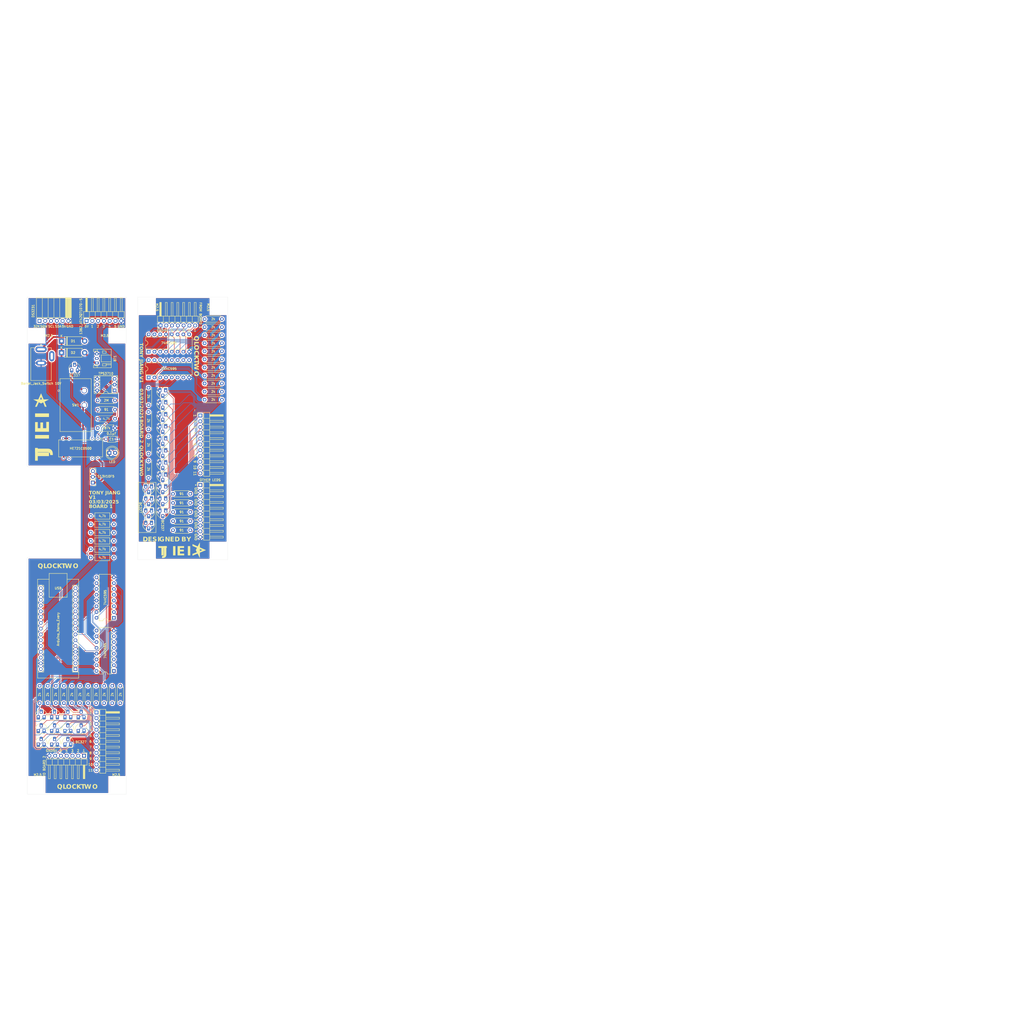
<source format=kicad_pcb>
(kicad_pcb (version 20240108) (generator "pcbnew") (generator_version "8.0")
  (title_block (title "PCB") (date "2025-02-06") (rev "v1") (company "Tony Jiang") (comment 1 "TJ131"))
  (layers (0 "F.Cu" signal) (31 "B.Cu" signal) (34 "B.Paste" user) (35 "F.Paste" user) (36 "B.SilkS" user "B.Silkscreen") (37 "F.SilkS" user "F.Silkscreen") (38 "B.Mask" user) (39 "F.Mask" user) (44 "Edge.Cuts" user))
  (net 0 "")
  (net 1 "Net-(A1-A0)")
  (net 2 "Net-(A1-D3)")
  (net 7 "GND")
  (net 8 "Net-(A1-SDA{slash}A4)")
  (net 11 "Net-(A1-D7)")
  (net 13 "Net-(A1-D8)")
  (net 14 "Net-(A1-D5)")
  (net 15 "Net-(A1-D9)")
  (net 18 "Net-(A1-A2)")
  (net 19 "Net-(A1-D6)")
  (net 20 "Net-(A1-A3)")
  (net 23 "Net-(A1-D2)")
  (net 24 "Net-(A1-A1)")
  (net 25 "+5V")
  (net 26 "Net-(A1-SCL{slash}A5)")
  (net 29 "Net-(A1-D4)")
  (net 30 "Net-(BT1-+)")
  (net 31 "Net-(SW1-B)")
  (net 32 "Net-(D1-A)")
  (net 33 "Net-(D3-A)")
  (net 34 "Net-(D4-A)")
  (net 35 "Net-(D5-A)")
  (net 36 "Net-(D8-A)")
  (net 37 "/LED Matrix/5V1")
  (net 38 "/LED Matrix/GND1")
  (net 39 "/LED Matrix/5V2")
  (net 40 "/LED Matrix/5V3")
  (net 41 "/LED Matrix/5V4")
  (net 42 "/LED Matrix/5V5")
  (net 43 "/LED Matrix/5V6")
  (net 44 "/LED Matrix/5V7")
  (net 45 "/LED Matrix/5V8")
  (net 46 "/LED Matrix/5V9")
  (net 47 "/LED Matrix/5V10")
  (net 48 "/LED Matrix/5V11")
  (net 49 "/LED Matrix/GND2")
  (net 50 "/LED Matrix/GND3")
  (net 51 "/LED Matrix/GND4")
  (net 52 "/LED Matrix/GND5")
  (net 53 "/LED Matrix/GND6")
  (net 54 "/LED Matrix/GND7")
  (net 55 "/LED Matrix/GND8")
  (net 56 "/LED Matrix/GND9")
  (net 57 "/LED Matrix/GND10")
  (net 58 "/LED Matrix/GND11")
  (net 59 "Net-(Q1-B)")
  (net 60 "Net-(Q2-B)")
  (net 61 "Net-(Q3-B)")
  (net 62 "Net-(Q4-B)")
  (net 63 "Net-(Q5-B)")
  (net 64 "Net-(Q6-B)")
  (net 65 "Net-(Q7-B)")
  (net 66 "Net-(Q8-B)")
  (net 67 "Net-(Q9-B)")
  (net 68 "Net-(Q10-B)")
  (net 69 "Net-(Q11-B)")
  (net 70 "Net-(Q12-B)")
  (net 71 "Net-(Q13-B)")
  (net 72 "Net-(Q14-B)")
  (net 73 "Net-(Q15-B)")
  (net 74 "Net-(Q16-B)")
  (net 75 "Net-(Q17-B)")
  (net 76 "Net-(Q18-B)")
  (net 77 "Net-(Q19-B)")
  (net 78 "Net-(Q20-B)")
  (net 79 "Net-(Q21-B)")
  (net 80 "Net-(Q21-C)")
  (net 81 "Net-(Q22-B)")
  (net 82 "Net-(Q23-C)")
  (net 83 "Net-(Q23-B)")
  (net 84 "Net-(Q24-B)")
  (net 85 "Net-(Q25-B)")
  (net 86 "Net-(Q26-B)")
  (net 87 "Net-(U2-QA)")
  (net 88 "Net-(U2-QB)")
  (net 89 "Net-(U2-QC)")
  (net 90 "Net-(D6-A)")
  (net 91 "Net-(U1-QA)")
  (net 92 "Net-(U1-QB)")
  (net 93 "Net-(U1-QC)")
  (net 94 "Net-(U1-QD)")
  (net 95 "Net-(U1-QE)")
  (net 96 "Net-(U1-QF)")
  (net 97 "Net-(U1-QG)")
  (net 98 "Net-(U1-QH)")
  (net 99 "Net-(U1-QH')")
  (net 106 "Net-(D1-K)")
  (net 107 "Net-(D7-A)")
  (net 109 "Net-(Q17-C)")
  (net 110 "Net-(Q19-C)")
  (net 111 "Net-(U6-QA)")
  (net 112 "Net-(U6-QB)")
  (net 113 "Net-(U6-QC)")
  (net 114 "Net-(U8-SENSE)")
  (net 115 "Net-(U6-QD)")
  (net 116 "Net-(R34-Pad1)")
  (net 117 "Net-(U6-QE)")
  (net 118 "Net-(U6-QF)")
  (net 119 "Net-(U6-QG)")
  (net 120 "Net-(U6-QH)")
  (net 121 "Net-(U9-QA)")
  (net 122 "Net-(U9-QB)")
  (net 123 "Net-(U9-QD)")
  (net 124 "Net-(U9-QE)")
  (net 125 "Net-(U9-QC)")
  (net 126 "Net-(U9-QF)")
  (net 127 "Net-(U9-QG)")
  (net 131 "Net-(U5-VIN)")
  (net 132 "Net-(U6-QH')")
  (net 133 "Net-(Q27-C)")
  (net 138 "Net-(Q27-B)")
  (net 139 "Net-(R35-Pad1)")
  (footprint "Capacitor_THT:C_K104K10X7RF5UH5_VIS" (layer "F.Cu") (at 72 222)
    (property "Reference" "C1")
    (property "Value" "0.1µF")
  )
  (footprint "Diode_THT:D_DO-15_P10.16mm_Horizontal" (layer "F.Cu") (at 52.5 184)
    (property "Reference" "D2")
    (property "Value" "D" (hide yes))
  )
  (footprint "Diode_THT:D_DO-15_P10.16mm_Horizontal" (layer "F.Cu") (at 52.5 178.85)
    (property "Reference" "D1")
    (property "Value" "D" (hide yes))
  )
  (footprint "Connector_JST:JST_PH_S3B-PH-K_1x03_P2.00mm_Horizontal" (layer "F.Cu") (at 68 188.5 90)
    (property "Reference" "BT1")
    (property "Value" "6V" (hide yes))
  )
  (footprint "Resistor_THT:R_Axial_DIN0207_L6.3mm_D2.5mm_P7.62mm_Horizontal" (layer "F.Cu") (at 109.12 262 180)
    (property "Reference" "R47" (hide yes))
    (property "Value" "91")
  )
  (footprint "MountingHole:MountingHole_2.7mm_M2.5" (layer "F.Cu") (at 76.5 373.5)
    (property "Reference" "M2.5")
    (property "Value" "MountingHole_2.7mm_M2.5" (hide yes))
  )
  (footprint "Package_TO_SOT_THT:TO-92_Inline_Medium" (layer "F.Cu") (at 97 212.254492 180)
    (property "Reference" "Q14" (hide yes))
    (property "Value" "BC337" (hide yes))
  )
  (footprint "Package_TO_SOT_THT:TO-92_Inline_Medium" (layer "F.Cu") (at 97 201.672656 180)
    (property "Reference" "Q12" (hide yes))
    (property "Value" "BC337" (hide yes))
  )
  (footprint "Resistor_THT:R_Axial_DIN0207_L6.3mm_D2.5mm_P7.62mm_Horizontal" (layer "F.Cu") (at 90.73 228.333332 90)
    (property "Reference" "R49" (hide yes))
    (property "Value" "2k")
  )
  (footprint "Package_TO_SOT_THT:TO-92_Inline_Medium" (layer "F.Cu") (at 58.23 190.5)
    (property "Reference" "Q27" (hide yes))
    (property "Value" "BC337")
  )
  (footprint "Resistor_THT:R_Axial_DIN0207_L6.3mm_D2.5mm_P7.62mm_Horizontal" (layer "F.Cu") (at 109.12 250 180)
    (property "Reference" "R42" (hide yes))
    (property "Value" "91")
  )
  (footprint "Resistor_THT:R_Axial_DIN0207_L6.3mm_D2.5mm_P7.62mm_Horizontal" (layer "F.Cu") (at 115.38 197.5)
    (property "Reference" "R43" (hide yes))
    (property "Value" "2k")
  )
  (footprint "Resistor_THT:R_Axial_DIN0207_L6.3mm_D2.5mm_P7.62mm_Horizontal" (layer "F.Cu") (at 42.85 330.38 -90)
    (property "Reference" "R1" (hide yes))
    (property "Value" "2k")
  )
  (footprint "Package_DIP:DIP-16_W7.62mm" (layer "F.Cu") (at 90.8 183.532757 90)
    (property "Reference" "U6" (hide yes))
    (property "Value" "74HC595")
  )
  (footprint "Resistor_THT:R_Axial_DIN0207_L6.3mm_D2.5mm_P7.62mm_Horizontal" (layer "F.Cu") (at 68.38 213)
    (property "Reference" "R35" (hide yes))
    (property "Value" "4.7k")
  )
  (footprint "Package_TO_SOT_THT:TO-92_Inline_Medium" (layer "F.Cu") (at 90.77 254.581836 180)
    (property "Reference" "Q21" (hide yes))
    (property "Value" "BC327" (hide yes))
  )
  (footprint "Resistor_THT:R_Axial_DIN0207_L6.3mm_D2.5mm_P10.16mm_Horizontal" (layer "F.Cu") (at 75.5 274 180)
    (property "Reference" "R17" (hide yes))
    (property "Value" "4.7k")
  )
  (footprint "Package_TO_SOT_THT:TO-92_Inline_Medium" (layer "F.Cu") (at 90.77 260 180)
    (property "Reference" "Q23" (hide yes))
    (property "Value" "BC327" (hide yes))
  )
  (footprint "Resistor_THT:R_Axial_DIN0207_L6.3mm_D2.5mm_P7.62mm_Horizontal" (layer "F.Cu") (at 76 209 180)
    (property "Reference" "R34" (hide yes))
    (property "Value" "91")
  )
  (footprint "Package_TO_SOT_THT:TO-92_Inline_Medium" (layer "F.Cu") (at 61.123334 343)
    (property "Reference" "Q4" (hide yes))
    (property "Value" "BC327" (hide yes))
  )
  (footprint "Module:Arduino_Nano" (layer "F.Cu") (at 58.61 323.05 180)
    (property "Reference" "A1" (hide yes))
    (property "Value" "Arduino_Nano_Every")
  )
  (footprint "Package_TO_SOT_THT:TO-92_Inline_Medium" (layer "F.Cu") (at 97 217.54541 180)
    (property "Reference" "Q15" (hide yes))
    (property "Value" "BC337" (hide yes))
  )
  (footprint "Package_TO_SOT_THT:TO-92_Inline_Medium" (layer "F.Cu") (at 97 233.418164 180)
    (property "Reference" "Q20" (hide yes))
    (property "Value" "BC337" (hide yes))
  )
  (footprint "LED_THT:LED_D5.0mm" (layer "F.Cu") (at 73.5 228)
    (property "Reference" "D3" (hide yes))
    (property "Value" "LED")
  )
  (footprint "Resistor_THT:R_Axial_DIN0207_L6.3mm_D2.5mm_P7.62mm_Horizontal" (layer "F.Cu") (at 90.73 239 90)
    (property "Reference" "R48" (hide yes))
    (property "Value" "2k")
  )
  (footprint "Package_TO_SOT_THT:TO-92_Inline_Medium" (layer "F.Cu") (at 97 238.709082 180)
    (property "Reference" "Q22" (hide yes))
    (property "Value" "BC337" (hide yes))
  )
  (footprint "Resistor_THT:R_Axial_DIN0207_L6.3mm_D2.5mm_P7.62mm_Horizontal" (layer "F.Cu") (at 90.73 207 90)
    (property "Reference" "R52" (hide yes))
    (property "Value" "2k")
  )
  (footprint "Connector_PinHeader_2.54mm:PinHeader_1x07_P2.54mm_Horizontal" (layer "F.Cu") (at 96 172 90)
    (property "Reference" "REF**" (hide yes))
    (property "Value" "PinHeader_1x07_P2.54mm_Horizontal" (hide yes))
  )
  (footprint "Package_TO_SOT_THT:TO-92_Inline_Medium" (layer "F.Cu") (at 97 228.127246 180)
    (property "Reference" "Q18" (hide yes))
    (property "Value" "BC337" (hide yes))
  )
  (footprint "Resistor_THT:R_Axial_DIN0207_L6.3mm_D2.5mm_P7.62mm_Horizontal" (layer "F.Cu") (at 109.12 254 180)
    (property "Reference" "R44" (hide yes))
    (property "Value" "91")
  )
  (footprint "Package_TO_SOT_THT:TO-92_Inline_Medium" (layer "F.Cu") (at 43.563334 343)
    (property "Reference" "Q1" (hide yes))
    (property "Value" "BC327" (hide yes))
  )
  (footprint "Resistor_THT:R_Axial_DIN0207_L6.3mm_D2.5mm_P7.62mm_Horizontal" (layer "F.Cu") (at 115.38 169.18486)
    (property "Reference" "R29" (hide yes))
    (property "Value" "2k")
  )
  (footprint "Resistor_THT:R_Axial_DIN0207_L6.3mm_D2.5mm_P7.62mm_Horizontal" (layer "F.Cu") (at 115.38 176.2749)
    (property "Reference" "R31" (hide yes))
    (property "Value" "2k")
  )
  (footprint "MountingHole:MountingHole_2.7mm_M2.5" (layer "F.Cu") (at 42 373.5)
    (property "Reference" "M2.5")
    (property "Value" "MountingHole_2.7mm_M2.5" (hide yes))
  )
  (footprint "Package_TO_SOT_THT:TO-92_Inline_Medium" (layer "F.Cu") (at 43.563334 355)
    (property "Reference" "Q9" (hide yes))
    (property "Value" "BC327" (hide yes))
  )
  (footprint "MountingHole:MountingHole_2.7mm_M2.5" (layer "F.Cu") (at 90.5 270.5 -90)
    (property "Reference" "M2.5" (hide yes))
    (property "Value" "MountingHole_2.7mm_M2.5" (hide yes))
  )
  (footprint "MountingHole:MountingHole_2.7mm_M2.5" (layer "F.Cu") (at 121 270.5 -90)
    (property "Reference" "M2.5" (hide yes))
    (property "Value" "MountingHole_2.7mm_M2.5" (hide yes))
  )
  (footprint "Resistor_THT:R_Axial_DIN0207_L6.3mm_D2.5mm_P7.62mm_Horizontal" (layer "F.Cu") (at 57.05 330.38 -90)
    (property "Reference" "R5" (hide yes))
    (property "Value" "2k")
  )
  (footprint "Package_TO_SOT_THT:TO-92_Inline_Medium" (layer "F.Cu") (at 55.27 343)
    (property "Reference" "Q3" (hide yes))
    (property "Value" "BC327" (hide yes))
  )
  (footprint "Connector_PinHeader_2.54mm:PinHeader_1x03_P2.54mm_Vertical" (layer "F.Cu") (at 66.25 241.08 180)
    (property "Reference" "U5" (hide yes))
    (property "Value" "S13V10F5")
  )
  (footprint "Connector_PinHeader_2.54mm:PinHeader_1x11_P2.54mm_Horizontal" (layer "F.Cu") (at 113.5 211.572757)
    (property "Reference" "J2" (hide yes))
    (property "Value" "Screw_Terminal_01x11" (hide yes))
  )
  (footprint "Package_TO_SOT_THT:TO-92_Inline_Medium" (layer "F.Cu") (at 97 244 180)
    (property "Reference" "Q24" (hide yes))
    (property "Value" "BC337" (hide yes))
  )
  (footprint "Package_DIP:DIP-16_W7.62mm" (layer "F.Cu") (at 75.5 300.5 180)
    (property "Reference" "U1" (hide yes))
    (property "Value" "74HC595")
  )
  (footprint "Package_TO_SOT_THT:TO-92_Inline_Medium" (layer "F.Cu") (at 90.77 244 180)
    (property "Reference" "Q17" (hide yes))
    (property "Value" "BC327" (hide yes))
  )
  (footprint "Resistor_THT:R_Axial_DIN0207_L6.3mm_D2.5mm_P7.62mm_Horizontal" (layer "F.Cu") (at 67.7 330.38 -90)
    (property "Reference" "R8" (hide yes))
    (property "Value" "2k")
  )
  (footprint "Connector_PinHeader_2.54mm:PinHeader_1x11_P2.54mm_Horizontal" (layer "F.Cu") (at 67.85 342.07)
    (property "Reference" "J1" (hide yes))
    (property "Value" "Screw_Terminal_01x11" (hide yes))
  )
  (footprint "Package_TO_SOT_THT:TO-92_Inline_Medium" (layer "F.Cu") (at 55.27 355)
    (property "Reference" "Q11" (hide yes))
    (property "Value" "BC327" (hide yes))
  )
  (footprint "Resistor_THT:R_Axial_DIN0207_L6.3mm_D2.5mm_P10.16mm_Horizontal" (layer "F.Cu") (at 75.5 259.4 180)
    (property "Reference" "R14" (hide yes))
    (property "Value" "4.7k")
  )
  (footprint "Package_TO_SOT_THT:TO-92_Inline_Medium" (layer "F.Cu") (at 97 206.963574 180)
    (property "Reference" "Q13" (hide yes))
    (property "Value" "BC337" (hide yes))
  )
  (footprint "Connector_BarrelJack:BarrelJack_CUI_PJ-002B_Horizontal" (layer "F.Cu") (at 43.5 182.5 -90)
    (property "Reference" "J3")
    (property "Value" "Barrel_Jack_Switch 10V")
  )
  (footprint "Resistor_THT:R_Axial_DIN0207_L6.3mm_D2.5mm_P7.62mm_Horizontal" (layer "F.Cu") (at 115.38 186.90996)
    (property "Reference" "R37" (hide yes))
    (property "Value" "2k")
  )
  (footprint "MountingHole:MountingHole_2.7mm_M2.5" (layer "F.Cu") (at 42 176.5)
    (property "Reference" "M2.5")
    (property "Value" "MountingHole_2.7mm_M2.5" (hide yes))
  )
  (footprint "Connector_PinHeader_2.54mm:PinHeader_1x07_P2.54mm_Horizontal" (layer "F.Cu") (at 63.5 170 90)
    (property "Reference" "U3" (hide yes))
    (property "Value" "1362_AT42QT1070-S")
  )
  (footprint "Resistor_THT:R_Axial_DIN0207_L6.3mm_D2.5mm_P7.62mm_Horizontal" (layer "F.Cu") (at 109.12 246 180)
    (property "Reference" "R40" (hide yes))
    (property "Value" "91")
  )
  (footprint "Relay_THT:Relay_SPDT_HE700_LTF" (layer "F.Cu") (at 68.5 221.61 -90)
    (property "Reference" "U7" (hide yes))
    (property "Value" "HE721C0500")
  )
  (footprint "Resistor_THT:R_Axial_DIN0207_L6.3mm_D2.5mm_P7.62mm_Horizontal" (layer "F.Cu") (at 68.38 217.1)
    (property "Reference" "R38" (hide yes))
    (property "Value" "187k")
  )
  (footprint "Package_TO_SOT_THT:TO-92_Inline_Medium" (layer "F.Cu") (at 97 254.581836 180)
    (property "Reference" "Q26" (hide yes))
    (property "Value" "BC337" (hide yes))
  )
  (footprint "Package_TO_SOT_THT:TO-92_Inline_Medium" (layer "F.Cu") (at 55.27 349)
    (property "Reference" "Q7" (hide yes))
    (property "Value" "BC327" (hide yes))
  )
  (footprint "MountingHole:MountingHole_2.7mm_M2.5" (layer "F.Cu") (at 76.5 176.5)
    (property "Reference" "M2.5")
    (property "Value" "MountingHole_2.7mm_M2.5" (hide yes))
  )
  (footprint "Resistor_THT:R_Axial_DIN0207_L6.3mm_D2.5mm_P7.62mm_Horizontal" (layer "F.Cu") (at 115.38 179.81992)
    (property "Reference" "R33" (hide yes))
    (property "Value" "2k")
  )
  (footprint "Package_TO_SOT_THT:TO-92_Inline_Medium" (layer "F.Cu") (at 97 249.290918 180)
    (property "Reference" "Q25" (hide yes))
    (property "Value" "BC337" (hide yes))
  )
  (footprint "Resistor_THT:R_Axial_DIN0207_L6.3mm_D2.5mm_P7.62mm_Horizontal" (layer "F.Cu") (at 49.95 330.38 -90)
    (property "Reference" "R3" (hide yes))
    (property "Value" "2k")
  )
  (footprint "Package_DIP:DIP-16_W7.62mm" (layer "F.Cu") (at 75.5 323.875 180)
    (property "Reference" "U2" (hide yes))
    (property "Value" "74HC595")
  )
  (footprint "Button_Switch_THT:SW_SPST_S101031MS02Q_CNK" (layer "F.Cu") (at 62.5 200.65 180)
    (property "Reference" "SW1")
    (property "Value" "SW_SPST" (hide yes))
  )
  (footprint "Package_TO_SOT_THT:TO-92_Inline_Medium" (layer "F.Cu") (at 90.77 249.290918 180)
    (property "Reference" "Q19" (hide yes))
    (property "Value" "BC327" (hide yes))
  )
  (footprint "Package_TO_SOT_THT:TO-92_Inline_Medium" (layer "F.Cu") (at 61.123334 349)
    (property "Reference" "Q8" (hide yes))
    (property "Value" "BC327" (hide yes))
  )
  (footprint "MountingHole:MountingHole_2.7mm_M2.5" (layer "F.Cu") (at 90.5 164 -90)
    (property "Reference" "M2.5")
    (property "Value" "MountingHole_2.7mm_M2.5" (hide yes))
  )
  (footprint "Resistor_THT:R_Axial_DIN0207_L6.3mm_D2.5mm_P7.62mm_Horizontal" (layer "F.Cu") (at 60.6 330.38 -90)
    (property "Reference" "R6" (hide yes))
    (property "Value" "2k")
  )
  (footprint "Resistor_THT:R_Axial_DIN0207_L6.3mm_D2.5mm_P7.62mm_Horizontal" (layer "F.Cu") (at 53.5 330.38 -90)
    (property "Reference" "R4" (hide yes))
    (property "Value" "2k")
  )
  (footprint "Resistor_THT:R_Axial_DIN0207_L6.3mm_D2.5mm_P7.62mm_Horizontal" (layer "F.Cu") (at 115.38 172.72988)
    (property "Reference" "R30" (hide yes))
    (property "Value" "2k")
  )
  (footprint "Resistor_THT:R_Axial_DIN0207_L6.3mm_D2.5mm_P7.62mm_Horizontal" (layer "F.Cu") (at 74.8 330.38 -90)
    (property "Reference" "R10" (hide yes))
    (property "Value" "2k")
  )
  (footprint "Connector_PinHeader_2.54mm:PinHeader_1x07_P2.54mm_Horizontal" (layer "F.Cu") (at 62.39 361.125 -90)
    (property "Reference" "REF**" (hide yes))
    (property "Value" "PinHeader_1x07_P2.54mm_Horizontal" (hide yes))
  )
  (footprint "Resistor_THT:R_Axial_DIN0207_L6.3mm_D2.5mm_P7.62mm_Horizontal" (layer "F.Cu") (at 64.15 330.38 -90)
    (property "Reference" "R7" (hide yes))
    (property "Value" "2k")
  )
  (footprint "Package_TO_SOT_THT:TO-92_Inline_Medium" (layer "F.Cu") (at 49.416667 349)
    (property "Reference" "Q6" (hide yes))
    (property "Value" "BC327" (hide yes))
  )
  (footprint "Resistor_THT:R_Axial_DIN0207_L6.3mm_D2.5mm_P7.62mm_Horizontal" (layer "F.Cu") (at 78.35 330.38 -90)
    (property "Reference" "R11" (hide yes))
    (property "Value" "2k")
  )
  (footprint "Package_TO_SOT_THT:TO-92_Inline_Medium" (layer "F.Cu") (at 49.416667 355)
    (property "Reference" "Q10" (hide yes))
    (property "Value" "BC327" (hide yes))
  )
  (footprint "Resistor_THT:R_Axial_DIN0207_L6.3mm_D2.5mm_P7.62mm_Horizontal" (layer "F.Cu") (at 71.25 330.38 -90)
    (property "Reference" "R9" (hide yes))
    (property "Value" "2k")
  )
  (footprint "Resistor_THT:R_Axial_DIN0207_L6.3mm_D2.5mm_P7.62mm_Horizontal" (layer "F.Cu") (at 109.12 258 180)
    (property "Reference" "R45" (hide yes))
    (property "Value" "91")
  )
  (footprint "Resistor_THT:R_Axial_DIN0207_L6.3mm_D2.5mm_P7.62mm_Horizontal" (layer "F.Cu") (at 115.38 194)
    (property "Reference" "R41" (hide yes))
    (property "Value" "2k")
  )
  (footprint "Package_TO_SOT_THT:TO-92_Inline_Medium" (layer "F.Cu") (at 49.416667 343)
    (property "Reference" "Q2" (hide yes))
    (property "Value" "BC327" (hide yes))
  )
  (footprint "MountingHole:MountingHole_2.7mm_M2.5" (layer "F.Cu") (at 121 164 -90)
    (property "Reference" "M2.5")
    (property "Value" "MountingHole_2.7mm_M2.5" (hide yes))
  )
  (footprint "Resistor_THT:R_Axial_DIN0207_L6.3mm_D2.5mm_P10.16mm_Horizontal" (layer "F.Cu") (at 75.5 266.7 180)
    (property "Reference" "R12" (hide yes))
    (property "Value" "4.7k")
  )
  (footprint "Resistor_THT:R_Axial_DIN0207_L6.3mm_D2.5mm_P7.62mm_Horizontal" (layer "F.Cu") (at 90.73 217.666666 90)
    (property "Reference" "R51" (hide yes))
    (property "Value" "2k")
  )
  (footprint "Package_TO_SOT_THT:TO-92_Inline_Medium" (layer "F.Cu") (at 97 222.836328 180)
    (property "Reference" "Q16" (hide yes))
    (property "Value" "BC337" (hide yes))
  )
  (footprint "Resistor_THT:R_Axial_DIN0207_L6.3mm_D2.5mm_P7.62mm_Horizontal" (layer "F.Cu") (at 46.4 330.38 -90)
    (property "Reference" "R2" (hide yes))
    (property "Value" "2k")
  )
  (footprint "Resistor_THT:R_Axial_DIN0207_L6.3mm_D2.5mm_P7.62mm_Horizontal" (layer "F.Cu") (at 115.38 190.45498)
    (property "Reference" "R39" (hide yes))
    (property "Value" "2k")
  )
  (footprint "Resistor_THT:R_Axial_DIN0207_L6.3mm_D2.5mm_P7.62mm_Horizontal" (layer "F.Cu") (at 115.38 201.09004)
    (property "Reference" "R46" (hide yes))
    (property "Value" "2k")
  )
  (footprint "Resistor_THT:R_Axial_DIN0207_L6.3mm_D2.5mm_P7.62mm_Horizontal" (layer "F.Cu") (at 115.38 183.36494)
    (property "Reference" "R36" (hide yes))
    (property "Value" "2k")
  )
  (footprint "Resistor_THT:R_Axial_DIN0207_L6.3mm_D2.5mm_P10.16mm_Horizontal" (layer "F.Cu") (at 75.5 270.35 180)
    (property "Reference" "R16" (hide yes))
    (property "Value" "4.7k")
  )
  (footprint "Package_TO_SOT_THT:TO-92_Inline_Medium" (layer "F.Cu") (at 43.563334 349)
    (property "Reference" "Q5" (hide yes))
    (property "Value" "BC327" (hide yes))
  )
  (footprint "Resistor_THT:R_Axial_DIN0207_L6.3mm_D2.5mm_P7.62mm_Horizontal" (layer "F.Cu") (at 115.38 204.63506)
    (property "Reference" "R50" (hide yes))
    (property "Value" "2k")
  )
  (footprint "Package_DIP:DIP-16_W7.62mm" (layer "F.Cu") (at 90.8 194.852757 90)
    (property "Reference" "U9" (hide yes))
    (property "Value" "74HC595")
  )
  (footprint "Resistor_THT:R_Axial_DIN0207_L6.3mm_D2.5mm_P7.62mm_Horizontal" (layer "F.Cu") (at 76 204.95 180)
    (property "Reference" "R32" (hide yes))
    (property "Value" "2M")
  )
  (footprint "Resistor_THT:R_Axial_DIN0207_L6.3mm_D2.5mm_P10.16mm_Horizontal" (layer "F.Cu") (at 75.5 263.05 180)
    (property "Reference" "R13" (hide yes))
    (property "Value" "4.7k")
  )
  (footprint "Connector_PinSocket_2.54mm:PinSocket_1x06_P2.54mm_Horizontal" (layer "F.Cu") (at 55.5 170 -90)
    (property "Reference" "U4" (hide yes))
    (property "Value" "DS3231")
  )
  (footprint "Resistor_THT:R_Axial_DIN0207_L6.3mm_D2.5mm_P10.16mm_Horizontal" (layer "F.Cu") (at 75.5 255.75 180)
    (property "Reference" "R15" (hide yes))
    (property "Value" "4.7k")
  )
  (footprint "Connector_PinHeader_2.54mm:PinHeader_1x10_P2.54mm_Horizontal" (layer "F.Cu") (at 113.5 242.152757)
    (property "Reference" "J4" (hide yes))
    (property "Value" "Screw_Terminal_01x10" (hide yes))
  )
  (footprint "Package_DIP:DIP-6_W7.62mm_Socket" (layer "F.Cu") (at 75.8 200.55 180)
    (property "Reference" "U8" (hide yes))
    (property "Value" "TPS3710")
  )
  (gr_poly (pts (xy 43.5 206.297546) (xy 40 204.5) (xy 47 204.5)) (fill solid) (layer "F.SilkS"))
  (gr_line (start 86.3 263) (end 86.3 241) (stroke (width 0.2)) (layer "F.SilkS"))
  (gr_poly (pts (xy 41.65 207.745091) (xy 43.5 203.45) (xy 45.15 207.745091) (xy 45.95 207.745091) (xy 43.5 201.8) (xy 40.85 207.745091)) (fill solid) (layer "F.SilkS"))
  (gr_poly (pts (xy 110.052455 268.9) (xy 114.347546 270.75) (xy 110.052455 272.4) (xy 110.052455 273.2) (xy 115.997546 270.75) (xy 110.052455 268.1)) (fill solid) (layer "F.SilkS"))
  (gr_line (start 94 241) (end 94 263) (stroke (width 0.2)) (layer "F.SilkS"))
  (gr_line (start 94 263) (end 86.3 263) (stroke (width 0.2)) (layer "F.SilkS"))
  (gr_poly (pts (xy 111.5 270.75) (xy 113.297546 267.25) (xy 113.297546 274.25)) (fill solid) (layer "F.SilkS"))
  (gr_line (start 86.3 241) (end 94 241) (stroke (width 0.2)) (layer "F.SilkS"))
  (gr_line (start 37.5 274) (end 60.5 274) (stroke (width 0.05)) (layer "Edge.Cuts"))
  (gr_line (start 37.5 378) (end 37.5 274) (stroke (width 0.05)) (layer "Edge.Cuts"))
  (gr_line (start 86 275) (end 125.5 275) (stroke (width 0.05)) (layer "Edge.Cuts"))
  (gr_line (start 125.5 275) (end 125.5 159.5) (stroke (width 0.05)) (layer "Edge.Cuts"))
  (gr_line (start 81 378) (end 37.5 378) (stroke (width 0.05)) (layer "Edge.Cuts"))
  (gr_line (start 37.5 159.5) (end 81 159.5) (stroke (width 0.05)) (layer "Edge.Cuts"))
  (gr_line (start 81 159.5) (end 81 378) (stroke (width 0.05)) (layer "Edge.Cuts"))
  (gr_line (start 37.5 234) (end 37.5 159.5) (stroke (width 0.05)) (layer "Edge.Cuts"))
  (gr_line (start 86 159.5) (end 125.5 159.5) (stroke (width 0.05)) (layer "Edge.Cuts"))
  (gr_line (start 60.5 234) (end 37.5 234) (stroke (width 0.05)) (layer "Edge.Cuts"))
  (gr_line (start 86 159.5) (end 86 275) (stroke (width 0.05)) (layer "Edge.Cuts"))
  (gr_line (start 60.5 234) (end 60.5 274) (stroke (width 0.05)) (layer "Edge.Cuts"))
  (gr_text "2" (at 108.023809 174.8 0) (layer "F.SilkS") (effects (font (size 1 1) (thickness 0.2) (bold yes)) (justify left bottom)))
  (gr_text "W" (at 62.5 376 0) (layer "F.SilkS") (effects (font (size 2 2) (thickness 0.2) (bold yes)) (justify left bottom)))
  (gr_text "V1" (at 86.612757 194.183033 -90) (layer "F.SilkS") (effects (font (size 1.5 1.5) (thickness 0.2) (bold yes)) (justify left bottom)))
  (gr_text "-\n" (at 110.5 208.5 -90) (layer "F.SilkS") (effects (font (size 1 1) (thickness 0.2) (bold yes)) (justify left bottom)))
  (gr_text "GND" (at 77.016191 173 0) (layer "F.SilkS") (effects (font (size 1 1) (thickness 0.2) (bold yes)) (justify left bottom)))
  (gr_text "Q" (at 42 279 0) (layer "F.SilkS") (effects (font (size 2 2) (thickness 0.2) (bold yes)) (justify left bottom)))
  (gr_text "BOARD 2" (at 86.612757 213.233347 -90) (layer "F.SilkS") (effects (font (size 1.5 1.5) (thickness 0.2) (bold yes)) (justify left bottom)))
  (gr_text "5V" (at 62.5 173 0) (layer "F.SilkS") (effects (font (size 1 1) (thickness 0.2) (bold yes)) (justify left bottom)))
  (gr_text "3" (at 70.44381 173 0) (layer "F.SilkS") (effects (font (size 1 1) (thickness 0.2) (bold yes)) (justify left bottom)))
  (gr_text "GND" (at 110.919634 258.24 -90) (layer "F.SilkS") (effects (font (size 1 1) (thickness 0.2) (bold yes)) (justify left bottom)))
  (gr_text "FROM BOARD 1" (at 113 161.710714 -90) (layer "F.SilkS") (effects (font (size 1 1) (thickness 0.2) (bold yes)) (justify left bottom)))
  (gr_text "TONY JIANG" (at 86.612757 179.672391 -90) (layer "F.SilkS") (effects (font (size 1.5 1.5) (thickness 0.2) (bold yes)) (justify left bottom)))
  (gr_text "4" (at 73 173 0) (layer "F.SilkS") (effects (font (size 1 1) (thickness 0.2) (bold yes)) (justify left bottom)))
  (gr_text "1" (at 61.71381 359.5 0) (layer "F.SilkS") (effects (font (size 1 1) (thickness 0.2) (bold yes)) (justify left bottom)))
  (gr_text "10" (at 64.142857 365.594 0) (layer "F.SilkS") (effects (font (size 1 1) (thickness 0.2) (bold yes)) (justify left bottom)))
  (gr_text "T" (at 61 376 0) (layer "F.SilkS") (effects (font (size 2 2) (thickness 0.2) (bold yes)) (justify left bottom)))
  (gr_text "03/03/2025" (at 86.612757 199.739732 -90) (layer "F.SilkS") (effects (font (size 1.5 1.5) (thickness 0.2) (bold yes)) (justify left bottom)))
  (gr_text "BOARD 1" (at 64.5 252.5 0) (layer "F.SilkS") (effects (font (size 1.5 1.5) (thickness 0.2) (bold yes)) (justify left bottom)))
  (gr_text "+" (at 64.5 340.5 0) (layer "F.SilkS") (effects (font (size 1 1) (thickness 0.2) (bold yes)) (justify left bottom)))
  (gr_text "GND" (at 110.919634 253.16 -90) (layer "F.SilkS") (effects (font (size 1 1) (thickness 0.2) (bold yes)) (justify left bottom)))
  (gr_text "GND" (at 110.919634 243 -90) (layer "F.SilkS") (effects (font (size 1 1) (thickness 0.2) (bold yes)) (justify left bottom)))
  (gr_text "BC327" (at 86.6 249.5 -90) (layer "F.SilkS") (effects (font (size 1 1) (thickness 0.2) (bold yes)) (justify left bottom)))
  (gr_text "Q" (at 50.5 376 0) (layer "F.SilkS") (effects (font (size 2 2) (thickness 0.2) (bold yes)) (justify left bottom)))
  (gr_text "5" (at 110.5 221.10828 -90) (layer "F.SilkS") (effects (font (size 1 1) (thickness 0.2) (bold yes)) (justify left bottom)))
  (gr_text "7" (at 110.5 226.16242 -90) (layer "F.SilkS") (effects (font (size 1 1) (thickness 0.2) (bold yes)) (justify left bottom)))
  (gr_text "11" (at 64.142857 368.134 0) (layer "F.SilkS") (effects (font (size 1 1) (thickness 0.2) (bold yes)) (justify left bottom)))
  (gr_text "W" (at 54 279 0) (layer "F.SilkS") (effects (font (size 2 2) (thickness 0.2) (bold yes)) (justify left bottom)))
  (gr_text "9" (at 110.5 231.216567 -90) (layer "F.SilkS") (effects (font (size 1 1) (thickness 0.2) (bold yes)) (justify left bottom)))
  (gr_text "D" (at 102.169634 267.25 0) (layer "F.SilkS") (effects (font (size 2 2) (thickness 0.2) (bold yes)) (justify left bottom)))
  (gr_text "L" (at 44.5 279 0) (layer "F.SilkS") (effects (font (size 2 2) (thickness 0.2) (bold yes)) (justify left bottom)))
  (gr_text "2" (at 67.90381 173 0) (layer "F.SilkS") (effects (font (size 1 1) (thickness 0.2) (bold yes)) (justify left bottom)))
  (gr_text "3" (at 56.63381 359.5 0) (layer "F.SilkS") (effects (font (size 1 1) (thickness 0.2) (bold yes)) (justify left bottom)))
  (gr_text "I" (at 48 213 90) (layer "F.SilkS") (effects (font (size 6 6) (thickness 0.2) (bold yes)) (justify left bottom)))
  (gr_text "03/03/2025" (at 64.5 250.5 0) (layer "F.SilkS") (effects (font (size 1.5 1.5) (thickness 0.2) (bold yes)) (justify left bottom)))
  (gr_text "TO BOARD 2" (at 45.5 370.5 90) (layer "F.SilkS") (effects (font (size 1 1) (thickness 0.2) (bold yes)) (justify left bottom)))
  (gr_text "GND" (at 54.5 173 0) (layer "F.SilkS") (effects (font (size 1 1) (thickness 0.2) (bold yes)) (justify left bottom)))
  (gr_text "5" (at 75.5 173 0) (layer "F.SilkS") (effects (font (size 1 1) (thickness 0.2) (bold yes)) (justify left bottom)))
  (gr_text "8" (at 110.5 228.68949 -90) (layer "F.SilkS") (effects (font (size 1 1) (thickness 0.2) (bold yes)) (justify left bottom)))
  (gr_text "W" (at 110.5 188.5 -90) (layer "F.SilkS") (effects (font (size 2 2) (thickness 0.2) (bold yes)) (justify left bottom)))
  (gr_text "I" (at 48 222.5 90) (layer "F.SilkS") (effects (font (size 6 6) (thickness 0.2) (bold yes)) (justify left bottom)))
  (gr_text "SCL" (at 46.5 173 0) (layer "F.SilkS") (effects (font (size 1 1) (thickness 0.2) (bold yes)) (justify left bottom)))
  (gr_text "J" (at 97 273.75 0) (layer "F.SilkS") (effects (font (size 4 4) (thickness 0.2) (bold yes)) (justify left bottom)))
  (gr_text "GND" (at 45.501191 359.5 0) (layer "F.SilkS") (effects (font (size 1 1) (thickness 0.2) (bold yes)) (justify left bottom)))
  (gr_text "1" (at 110.5 211 -90) (layer "F.SilkS") (effects (font (size 1 1) (thickness 0.2) (bold yes)) (justify left bottom)))
  (gr_text "32K" (at 40 173 0) (layer "F.SilkS") (effects (font (size 1 1) (thickness 0.2) (bold yes)) (justify left bottom)))
  (gr_text "C" (at 48.5 279 0) (layer "F.SilkS") (effects (font (size 2 2) (thickness 0.2) (bold yes)) (justify left bottom)))
  (gr_text "V1" (at 64.5 248.5 0) (layer "F.SilkS") (effects (font (size 1.5 1.5) (thickness 0.2) (bold yes)) (justify left bottom)))
  (gr_text "5" (at 64.642857 352.894 0) (layer "F.SilkS") (effects (font (size 1 1) (thickness 0.2) (bold yes)) (justify left bottom)))
  (gr_text "K" (at 50.5 279 0) (layer "F.SilkS") (effects (font (size 2 2) (thickness 0.2) (bold yes)) (justify left bottom)))
  (gr_text "TONY JIANG" (at 64.5 246.5 0) (layer "F.SilkS") (effects (font (size 1.5 1.5) (thickness 0.2) (bold yes)) (justify left bottom)))
  (gr_text "E" (at 48 219.5 90) (layer "F.SilkS") (effects (font (size 6 6) (thickness 0.2) (bold yes)) (justify left bottom)))
  (gr_text "O" (at 66 376 0) (layer "F.SilkS") (effects (font (size 2 2) (thickness 0.2) (bold yes)) (justify left bottom)))
  (gr_text "B" (at 105.169634 267.25 0) (layer "F.SilkS") (effects (font (size 2 2) (thickness 0.2) (bold yes)) (justify left bottom)))
  (gr_text "5" (at 51.55381 359.5 0) (layer "F.SilkS") (effects (font (size 1 1) (thickness 0.2) (bold yes)) (justify left bottom)))
  (gr_text "J" (at 48 228.5 90) (layer "F.SilkS") (effects (font (size 6 6) (thickness 0.2) (bold yes)) (justify left bottom)))
  (gr_text "I" (at 107.5 273.75 0) (layer "F.SilkS") (effects (font (size 4 4) (thickness 0.2) (bold yes)) (justify left bottom)))
  (gr_text "GND" (at 94.27619 174.8 0) (layer "F.SilkS") (effects (font (size 1 1) (thickness 0.2) (bold yes)) (justify left bottom)))
  (gr_text "1" (at 64.642857 342.734 0) (layer "F.SilkS") (effects (font (size 1 1) (thickness 0.2) (bold yes)) (justify left bottom)))
  (gr_text "O" (at 110.5 180.5 -90) (layer "F.SilkS") (effects (font (size 2 2) (thickness 0.2) (bold yes)) (justify left bottom)))
  (gr_text "GND" (at 110.919634 263.32 -90) (layer "F.SilkS") (effects (font (size 1 1) (thickness 0.2) (bold yes)) (justify left bottom)))
  (gr_text "6" (at 110.5 223.63535 -90) (layer "F.SilkS") (effects (font (size 1 1) (thickness 0.2) (bold yes)) (justify left bottom)))
  (gr_text "C" (at 110.5 183 -90) (layer "F.SilkS") (effects (font (size 2 2) (thickness 0.2) (bold yes)) (justify left bottom)))
  (gr_text "I" (at 101 273.75 0) (layer "F.SilkS") (effects (font (size 4 4) (thickness 0.2) (bold yes)) (justify left bottom)))
  (gr_text "3" (at 64.642857 347.814 0) (layer "F.SilkS") (effects (font (size 1 1) (thickness 0.2) (bold yes)) (justify left bottom)))
  (gr_text "O" (at 46 279 0) (layer "F.SilkS") (effects (font (size 2 2) (thickness 0.2) (bold yes)) (justify left bottom)))
  (gr_text "3" (at 110.919634 256.747619 -90) (layer "F.SilkS") (effects (font (size 1 1) (thickness 0.2) (bold yes)) (justify left bottom)))
  (gr_text "I" (at 94.669634 267.25 0) (layer "F.SilkS") (effects (font (size 2 2) (thickness 0.2) (bold yes)) (justify left bottom)))
  (gr_text "7" (at 64.642857 357.974 0) (layer "F.SilkS") (effects (font (size 1 1) (thickness 0.2) (bold yes)) (justify left bottom)))
  (gr_text "S" (at 92.419634 267.25 0) (layer "F.SilkS") (effects (font (size 2 2) (thickness 0.2) (bold yes)) (justify left bottom)))
  (gr_text "G" (at 95.419634 267.25 0) (layer "F.SilkS") (effects (font (size 2 2) (thickness 0.2) (bold yes)) (justify left bottom)))
  (gr_text "O" (at 54.5 376 0) (layer "F.SilkS") (effects (font (size 2 2) (thickness 0.2) (bold yes)) (justify left bottom)))
  (gr_text "1" (at 110.919634 246.587619 -90) (layer "F.SilkS") (effects (font (size 1 1) (thickness 0.2) (bold yes)) (justify left bottom)))
  (gr_text "5V" (at 97.435238 174.8 0) (layer "F.SilkS") (effects (font (size 1 1) (thickness 0.2) (bold yes)) (justify left bottom)))
  (gr_text "L" (at 110.5 179 -90) (layer "F.SilkS") (effects (font (size 2 2) (thickness 0.2) (bold yes)) (justify left bottom)))
  (gr_text "T" (at 52.5 279 0) (layer "F.SilkS") (effects (font (size 2 2) (thickness 0.2) (bold yes)) (justify left bottom)))
  (gr_text "5" (at 100.403809 174.8 0) (layer "F.SilkS") (effects (font (size 1 1) (thickness 0.2) (bold yes)) (justify left bottom)))
  (gr_text "9" (at 64.642857 363.054 0) (layer "F.SilkS") (effects (font (size 1 1) (thickness 0.2) (bold yes)) (justify left bottom)))
  (gr_text "11" (at 110.5 236 -90) (layer "F.SilkS") (effects (font (size 1 1) (thickness 0.2) (bold yes)) (justify left bottom)))
  (gr_text "SQW" (at 43 173 0) (layer "F.SilkS") (effects (font (size 1 1) (thickness 0.2) (bold yes)) (justify left bottom)))
  (gr_text "QLOCKTWO" (at 86.612757 224.672391 -90) (layer "F.SilkS") (effects (font (size 1.5 1.5) (thickness 0.2) (bold yes)) (justify left bottom)))
  (gr_text "D" (at 88.169634 267.25 0) (layer "F.SilkS") (effects (font (size 2 2) (thickness 0.2) (bold yes)) (justify left bottom)))
  (gr_text "E" (at 90.419634 267.25 0) (layer "F.SilkS") (effects (font (size 2 2) (thickness 0.2) (bold yes)) (justify left bottom)))
  (gr_text "T" (at 110.5 187 -90) (layer "F.SilkS") (effects (font (size 2 2) (thickness 0.2) (bold yes)) (justify left bottom)))
  (gr_text "2" (at 64.642857 345.274 0) (layer "F.SilkS") (effects (font (size 1 1) (thickness 0.2) (bold yes)) (justify left bottom)))
  (gr_text "O" (at 57.5 279 0) (layer "F.SilkS") (effects (font (size 2 2) (thickness 0.2) (bold yes)) (justify left bottom)))
  (gr_text "*" (at 110.589634 241.602857 -90) (layer "F.SilkS") (effects (font (size 1 1) (thickness 0.2) (bold yes)) (justify left bottom)))
  (gr_text "N" (at 97.919634 267.25 0) (layer "F.SilkS") (effects (font (size 2 2) (thickness 0.2) (bold yes)) (justify left bottom)))
  (gr_text "Q" (at 110.5 176.5 -90) (layer "F.SilkS") (effects (font (size 2 2) (thickness 0.2) (bold yes)) (justify left bottom)))
  (gr_text "L" (at 53 376 0) (layer "F.SilkS") (effects (font (size 2 2) (thickness 0.2) (bold yes)) (justify left bottom)))
  (gr_text "2" (at 110.5 213.52707 -90) (layer "F.SilkS") (effects (font (size 1 1) (thickness 0.2) (bold yes)) (justify left bottom)))
  (gr_text "K" (at 110.5 185 -90) (layer "F.SilkS") (effects (font (size 2 2) (thickness 0.2) (bold yes)) (justify left bottom)))
  (gr_text "4" (at 64.642857 350.354 0) (layer "F.SilkS") (effects (font (size 1 1) (thickness 0.2) (bold yes)) (justify left bottom)))
  (gr_text "E" (at 103 273.75 0) (layer "F.SilkS") (effects (font (size 4 4) (thickness 0.2) (bold yes)) (justify left bottom)))
  (gr_text "4" (at 110.5 218.58121 -90) (layer "F.SilkS") (effects (font (size 1 1) (thickness 0.2) (bold yes)) (justify left bottom)))
  (gr_text "C" (at 57 376 0) (layer "F.SilkS") (effects (font (size 2 2) (thickness 0.2) (bold yes)) (justify left bottom)))
  (gr_text "O" (at 110.5 192 -90) (layer "F.SilkS") (effects (font (size 2 2) (thickness 0.2) (bold yes)) (justify left bottom)))
  (gr_text "10" (at 110.5 233.280376 -90) (layer "F.SilkS") (effects (font (size 1 1) (thickness 0.2) (bold yes)) (justify left bottom)))
  (gr_text "OTHER LEDS" (at 113.079761 240.5 0) (layer "F.SilkS") (effects (font (size 1 1) (thickness 0.2) (bold yes)) (justify left bottom)))
  (gr_text "4" (at 110.919634 261.827619 -90) (layer "F.SilkS") (effects (font (size 1 1) (thickness 0.2) (bold yes)) (justify left bottom)))
  (gr_text "K" (at 59 376 0) (layer "F.SilkS") (effects (font (size 2 2) (thickness 0.2) (bold yes)) (justify left bottom)))
  (gr_text "3" (at 110.5 216.05414 -90) (layer "F.SilkS") (effects (font (size 1 1) (thickness 0.2) (bold yes)) (justify left bottom)))
  (gr_text "GND" (at 110.919634 248.08 -90) (layer "F.SilkS") (effects (font (size 1 1) (thickness 0.2) (bold yes)) (justify left bottom)))
  (gr_text "3" (at 105.483809 174.8 0) (layer "F.SilkS") (effects (font (size 1 1) (thickness 0.2) (bold yes)) (justify left bottom)))
  (gr_text "6" (at 64.642857 355.434 0) (layer "F.SilkS") (effects (font (size 1 1) (thickness 0.2) (bold yes)) (justify left bottom)))
  (gr_text "1" (at 110.563809 174.8 0) (layer "F.SilkS") (effects (font (size 1 1) (thickness 0.2) (bold yes)) (justify left bottom)))
  (gr_text "T" (at 95 273.75 0) (layer "F.SilkS") (effects (font (size 4 4) (thickness 0.2) (bold yes)) (justify left bottom)))
  (gr_text "1" (at 65.36381 173 0) (layer "F.SilkS") (effects (font (size 1 1) (thickness 0.2) (bold yes)) (justify left bottom)))
  (gr_text "2" (at 59.17381 359.5 0) (layer "F.SilkS") (effects (font (size 1 1) (thickness 0.2) (bold yes)) (justify left bottom)))
  (gr_text "BC337" (at 96.336 257.371429 -90) (layer "F.SilkS") (effects (font (size 1 1) (thickness 0.2) (bold yes)) (justify left bottom)))
  (gr_text "5V" (at 48.585238 359.5 0) (layer "F.SilkS") (effects (font (size 1 1) (thickness 0.2) (bold yes)) (justify left bottom)))
  (gr_text "BC327" (at 58.494763 355.664 0) (layer "F.SilkS") (effects (font (size 1 1) (thickness 0.2) (bold yes)) (justify left bottom)))
  (gr_text "E" (at 100.169634 267.25 0) (layer "F.SilkS") (effects (font (size 2 2) (thickness 0.2) (bold yes)) (justify left bottom)))
  (gr_text "5V" (at 52.5 173 0) (layer "F.SilkS") (effects (font (size 1 1) (thickness 0.2) (bold yes)) (justify left bottom)))
  (gr_text "4" (at 54.09381 359.5 0) (layer "F.SilkS") (effects (font (size 1 1) (thickness 0.2) (bold yes)) (justify left bottom)))
  (gr_text "4" (at 102.943809 174.8 0) (layer "F.SilkS") (effects (font (size 1 1) (thickness 0.2) (bold yes)) (justify left bottom)))
  (gr_text "T" (at 48 231.5 90) (layer "F.SilkS") (effects (font (size 6 6) (thickness 0.2) (bold yes)) (justify left bottom)))
  (gr_text "2" (at 110.919634 251.667619 -90) (layer "F.SilkS") (effects (font (size 1 1) (thickness 0.2) (bold yes)) (justify left bottom)))
  (gr_text "Y" (at 107.419634 267.25 0) (layer "F.SilkS") (effects (font (size 2 2) (thickness 0.2) (bold yes)) (justify left bottom)))
  (gr_text "SDA" (at 49.5 173 0) (layer "F.SilkS") (effects (font (size 1 1) (thickness 0.2) (bold yes)) (justify left bottom)))
  (gr_text "8" (at 64.642857 360.514 0) (layer "F.SilkS") (effects (font (size 1 1) (thickness 0.2) (bold yes)) (justify left bottom)))
  (segment (start 63.2 234.8) (end 66 232) (width 0.2) (layer "B.Cu") (net 1))
  (segment (start 75 232) (end 78 229) (width 0.2) (layer "B.Cu") (net 1))
  (segment (start 68.58 179.04) (end 68.58 170.5) (width 0.2) (layer "B.Cu") (net 1))
  (segment (start 78 229) (end 78 188.46) (width 0.2) (layer "B.Cu") (net 1))
  (segment (start 43.37 295.11) (end 46.39 295.11) (width 0.2) (layer "B.Cu") (net 1))
  (segment (start 78 188.46) (end 68.58 179.04) (width 0.2) (layer "B.Cu") (net 1))
  (segment (start 66 232) (end 75 232) (width 0.2) (layer "B.Cu") (net 1))
  (segment (start 65.34 266.7) (end 63.2 264.56) (width 0.2) (layer "B.Cu") (net 1))
  (segment (start 66.5 267.86) (end 65.34 266.7) (width 0.2) (layer "B.Cu") (net 1))
  (segment (start 66.5 275) (end 66.5 267.86) (width 0.2) (layer "B.Cu") (net 1))
  (segment (start 46.39 295.11) (end 66.5 275) (width 0.2) (layer "B.Cu") (net 1))
  (segment (start 63.2 264.56) (end 63.2 234.8) (width 0.2) (layer "B.Cu") (net 1))
  (segment (start 63.26 315) (end 58.61 310.35) (width 0.2) (layer "B.Cu") (net 2))
  (segment (start 69.5 314) (end 68.5 315) (width 0.2) (layer "B.Cu") (net 2))
  (segment (start 66 302.5) (end 69.5 306) (width 0.2) (layer "B.Cu") (net 2))
  (segment (start 69.5 306) (end 69.5 314) (width 0.2) (layer "B.Cu") (net 2))
  (segment (start 68.5 315) (end 63.26 315) (width 0.2) (layer "B.Cu") (net 2))
  (segment (start 66 297.3) (end 66 302.5) (width 0.2) (layer "B.Cu") (net 2))
  (segment (start 67.88 295.42) (end 66 297.3) (width 0.2) (layer "B.Cu") (net 2))
  (segment (start 64 274.774314) (end 52 286.774314) (width 0.2) (layer "F.Cu") (net 8))
  (segment (start 65.34 270.35) (end 64 271.69) (width 0.2) (layer "F.Cu") (net 8))
  (segment (start 52 286.774314) (end 52 296.64) (width 0.2) (layer "F.Cu") (net 8))
  (segment (start 52 296.64) (end 43.37 305.27) (width 0.2) (layer "F.Cu") (net 8))
  (segment (start 64 271.69) (end 64 274.774314) (width 0.2) (layer "F.Cu") (net 8))
  (segment (start 62.8 217.234314) (end 62.8 267.81) (width 0.2) (layer "B.Cu") (net 8))
  (segment (start 50.42 204.854314) (end 62.8 217.234314) (width 0.2) (layer "B.Cu") (net 8))
  (segment (start 50.42 170) (end 50.42 204.854314) (width 0.2) (layer "B.Cu") (net 8))
  (segment (start 62.8 267.81) (end 65.34 270.35) (width 0.2) (layer "B.Cu") (net 8))
  (segment (start 103.21 175.622757) (end 103.5 175.912757) (width 0.2) (layer "F.Cu") (net 11))
  (segment (start 104.6 186.132757) (end 103.5 187.232757) (width 0.2) (layer "F.Cu") (net 11))
  (segment (start 43.462993 334.7) (end 45.431372 334.7) (width 0.2) (layer "F.Cu") (net 11))
  (segment (start 48.8 320.331372) (end 56.6 312.531372) (width 0.2) (layer "F.Cu") (net 11))
  (segment (start 54.785 358.6) (end 41.231372 358.6) (width 0.2) (layer "F.Cu") (net 11))
  (segment (start 106.16 173.252757) (end 103.5 175.912757) (width 0.2) (layer "F.Cu") (net 11))
  (segment (start 48.8 331.331372) (end 48.8 320.331372) (width 0.2) (layer "F.Cu") (net 11))
  (segment (start 41.231372 358.6) (end 40.3 357.668628) (width 0.2) (layer "F.Cu") (net 11))
  (segment (start 56.6 302.2) (end 58.61 300.19) (width 0.2) (layer "F.Cu") (net 11))
  (segment (start 56.6 312.531372) (end 56.6 302.2) (width 0.2) (layer "F.Cu") (net 11))
  (segment (start 106.16 172) (end 106.16 173.252757) (width 0.2) (layer "F.Cu") (net 11))
  (segment (start 40.3 337.862993) (end 43.462993 334.7) (width 0.2) (layer "F.Cu") (net 11))
  (segment (start 104.6 177.012757) (end 104.6 186.132757) (width 0.2) (layer "F.Cu") (net 11))
  (segment (start 40.3 357.668628) (end 40.3 337.862993) (width 0.2) (layer "F.Cu") (net 11))
  (segment (start 57.31 361.125) (end 54.785 358.6) (width 0.2) (layer "F.Cu") (net 11))
  (segment (start 45.431372 334.7) (end 48.8 331.331372) (width 0.2) (layer "F.Cu") (net 11))
  (segment (start 103.5 175.912757) (end 104.6 177.012757) (width 0.2) (layer "F.Cu") (net 11))
  (segment (start 39.9 337.697307) (end 43.297307 334.3) (width 0.2) (layer "F.Cu") (net 13))
  (segment (start 103.62 173.252757) (end 100.96 175.912757) (width 0.2) (layer "F.Cu") (net 13))
  (segment (start 43.297307 334.3) (end 45.265686 334.3) (width 0.2) (layer "F.Cu") (net 13))
  (segment (start 100.96 175.912757) (end 100.96 176.46) (width 0.2) (layer "F.Cu") (net 13))
  (segment (start 39.9 357.834314) (end 39.9 337.697307) (width 0.2) (layer "F.Cu") (net 13))
  (segment (start 52.645 359) (end 41.065686 359) (width 0.2) (layer "F.Cu") (net 13))
  (segment (start 102.06 177.56) (end 102.06 186.132757) (width 0.2) (layer "F.Cu") (net 13))
  (segment (start 100.67 175.622757) (end 100.96 175.912757) (width 0.2) (layer "F.Cu") (net 13))
  (segment (start 41.065686 359) (end 39.9 357.834314) (width 0.2) (layer "F.Cu") (net 13))
  (segment (start 54.77 361.125) (end 52.645 359) (width 0.2) (layer "F.Cu") (net 13))
  (segment (start 56.143653 300.116347) (end 58.61 297.65) (width 0.2) (layer "F.Cu") (net 13))
  (segment (start 102.06 186.132757) (end 100.96 187.232757) (width 0.2) (layer "F.Cu") (net 13))
  (segment (start 48.4 320.165686) (end 56.143653 312.422033) (width 0.2) (layer "F.Cu") (net 13))
  (segment (start 103.62 172) (end 103.62 173.252757) (width 0.2) (layer "F.Cu") (net 13))
  (segment (start 56.143653 312.422033) (end 56.143653 300.116347) (width 0.2) (layer "F.Cu") (net 13))
  (segment (start 100.96 176.46) (end 102.06 177.56) (width 0.2) (layer "F.Cu") (net 13))
  (segment (start 45.265686 334.3) (end 48.4 331.165686) (width 0.2) (layer "F.Cu") (net 13))
  (segment (start 48.4 331.165686) (end 48.4 320.165686) (width 0.2) (layer "F.Cu") (net 13))
  (segment (start 67.02 296.86) (end 70.64 296.86) (width 0.2) (layer "F.Cu") (net 14))
  (segment (start 71.7 295.8) (end 71.7 291.2) (width 0.2) (layer "F.Cu") (net 14))
  (segment (start 70.84 290.34) (end 67.88 290.34) (width 0.2) (layer "F.Cu") (net 14))
  (segment (start 71.7 291.2) (end 70.84 290.34) (width 0.2) (layer "F.Cu") (net 14))
  (segment (start 67.88 313.715) (end 59.435 305.27) (width 0.2) (layer "F.Cu") (net 14))
  (segment (start 58.61 305.27) (end 67.02 296.86) (width 0.2) (layer "F.Cu") (net 14))
  (segment (start 70.64 296.86) (end 71.7 295.8) (width 0.2) (layer "F.Cu") (net 14))
  (segment (start 58.61 305.27) (end 58.61 305.69) (width 0.2) (layer "F.Cu") (net 14))
  (segment (start 59.435 305.27) (end 58.61 305.27) (width 0.2) (layer "F.Cu") (net 14))
  (segment (start 48 331) (end 45.1 333.9) (width 0.2) (layer "F.Cu") (net 15))
  (segment (start 98.8 262.7) (end 100.13 261.37) (width 0.2) (layer "F.Cu") (net 15))
  (segment (start 48 320) (end 48 331) (width 0.2) (layer "F.Cu") (net 15))
  (segment (start 55.743653 297.976347) (end 55.743653 312.256347) (width 0.2) (layer "F.Cu") (net 15))
  (segment (start 95.7 262.7) (end 98.8 262.7) (width 0.2) (layer "F.Cu") (net 15))
  (segment (start 101.08 172) (end 99.54 173.54) (width 0.2) (layer "F.Cu") (net 15))
  (segment (start 100.13 247.37) (end 101.5 246) (width 0.2) (layer "F.Cu") (net 15))
  (segment (start 100.13 261.37) (end 100.13 247.37) (width 0.2) (layer "F.Cu") (net 15))
  (segment (start 50.605 359.5) (end 52.23 361.125) (width 0.2) (layer "F.Cu") (net 15))
  (segment (start 99.54 188.46) (end 94.5 193.5) (width 0.2) (layer "F.Cu") (net 15))
  (segment (start 99.54 173.54) (end 99.54 188.46) (width 0.2) (layer "F.Cu") (net 15))
  (segment (start 58.61 295.11) (end 55.743653 297.976347) (width 0.2) (layer "F.Cu") (net 15))
  (segment (start 45.1 333.9) (end 43.131621 333.9) (width 0.2) (layer "F.Cu") (net 15))
  (segment (start 43.131621 333.9) (end 39.5 337.531621) (width 0.2) (layer "F.Cu") (net 15))
  (segment (start 39.5 358) (end 41 359.5) (width 0.2) (layer "F.Cu") (net 15))
  (segment (start 94.5 261.5) (end 95.7 262.7) (width 0.2) (layer "F.Cu") (net 15))
  (segment (start 41 359.5) (end 50.605 359.5) (width 0.2) (layer "F.Cu") (net 15))
  (segment (start 39.5 337.531621) (end 39.5 358) (width 0.2) (layer "F.Cu") (net 15))
  (segment (start 55.743653 312.256347) (end 48 320) (width 0.2) (layer "F.Cu") (net 15))
  (segment (start 94.5 193.5) (end 94.5 261.5) (width 0.2) (layer "F.Cu") (net 15))
  (segment (start 64 235.131372) (end 66.331372 232.8) (width 0.2) (layer "B.Cu") (net 18))
  (segment (start 67.5 275.131372) (end 67.5 261.56) (width 0.2) (layer "B.Cu") (net 18))
  (segment (start 64 258.06) (end 64 235.131372) (width 0.2) (layer "B.Cu") (net 18))
  (segment (start 75.331372 232.8) (end 78.8 229.331372) (width 0.2) (layer "B.Cu") (net 18))
  (segment (start 67.5 261.56) (end 65.34 259.4) (width 0.2) (layer "B.Cu") (net 18))
  (segment (start 69.38 173.7) (end 71.58 171.5) (width 0.2) (layer "B.Cu") (net 18))
  (segment (start 78.8 229.331372) (end 78.8 188.128628) (width 0.2) (layer "B.Cu") (net 18))
  (segment (start 45 297.631372) (end 67.5 275.131372) (width 0.2) (layer "B.Cu") (net 18))
  (segment (start 45 298.56) (end 45 297.631372) (width 0.2) (layer "B.Cu") (net 18))
  (segment (start 65.34 259.4) (end 64 258.06) (width 0.2) (layer "B.Cu") (net 18))
  (segment (start 43.37 300.19) (end 45 298.56) (width 0.2) (layer "B.Cu") (net 18))
  (segment (start 66.331372 232.8) (end 75.331372 232.8) (width 0.2) (layer "B.Cu") (net 18))
  (segment (start 43.37 300.19) (end 43.81 300.19) (width 0.2) (layer "B.Cu") (net 18))
  (segment (start 72.66 171.5) (end 73.66 170.5) (width 0.2) (layer "B.Cu") (net 18))
  (segment (start 69.38 178.708628) (end 69.38 173.7) (width 0.2) (layer "B.Cu") (net 18))
  (segment (start 78.8 188.128628) (end 69.38 178.708628) (width 0.2) (layer "B.Cu") (net 18))
  (segment (start 71.58 171.5) (end 72.66 171.5) (width 0.2) (layer "B.Cu") (net 18))
  (segment (start 95.88 175.554314) (end 95.88 175.912757) (width 0.2) (layer "F.Cu") (net 19))
  (segment (start 40.7 357.502942) (end 41.397058 358.2) (width 0.2) (layer "F.Cu") (net 19))
  (segment (start 40.7 338.028679) (end 40.7 357.502942) (width 0.2) (layer "F.Cu") (net 19))
  (segment (start 58.61 302.73) (end 57 304.34) (width 0.2) (layer "F.Cu") (net 19))
  (segment (start 47.4 335.1) (end 43.628679 335.1) (width 0.2) (layer "F.Cu") (net 19))
  (segment (start 51.5 318.197058) (end 51.5 331) (width 0.2) (layer "F.Cu") (net 19))
  (segment (start 41.397058 358.2) (end 56.925 358.2) (width 0.2) (layer "F.Cu") (net 19))
  (segment (start 57 312.697058) (end 51.5 318.197058) (width 0.2) (layer "F.Cu") (net 19))
  (segment (start 43.628679 335.1) (end 40.7 338.028679) (width 0.2) (layer "F.Cu") (net 19))
  (segment (start 56.925 358.2) (end 59.85 361.125) (width 0.2) (layer "F.Cu") (net 19))
  (segment (start 51.5 331) (end 47.4 335.1) (width 0.2) (layer "F.Cu") (net 19))
  (segment (start 57 304.34) (end 57 312.697058) (width 0.2) (layer "F.Cu") (net 19))
  (segment (start 95.88 175.912757) (end 94.292757 177.5) (width 0.2) (layer "B.Cu") (net 19))
  (segment (start 100.268628 173.9) (end 100.668628 173.5) (width 0.2) (layer "B.Cu") (net 19))
  (segment (start 92.139222 175.139221) (end 93.378443 173.9) (width 0.2) (layer "B.Cu") (net 19))
  (segment (start 100.668628 173.5) (end 107.2 173.5) (width 0.2) (layer "B.Cu") (net 19))
  (segment (start 92.935804 177.5) (end 92.139222 176.703418) (width 0.2) (layer "B.Cu") (net 19))
  (segment (start 107.2 173.5) (end 108.7 172) (width 0.2) (layer "B.Cu") (net 19))
  (segment (start 94.292757 177.5) (end 92.935804 177.5) (width 0.2) (layer "B.Cu") (net 19))
  (segment (start 92.139222 176.703418) (end 92.139222 175.139221) (width 0.2) (layer "B.Cu") (net 19))
  (segment (start 93.378443 173.9) (end 100.268628 173.9) (width 0.2) (layer "B.Cu") (net 19))
  (segment (start 65.34 255.75) (end 64.4 254.81) (width 0.2) (layer "B.Cu") (net 20))
  (segment (start 64.4 254.81) (end 64.4 235.297058) (width 0.2) (layer "B.Cu") (net 20))
  (segment (start 64.4 235.297058) (end 66.497058 233.2) (width 0.2) (layer "B.Cu") (net 20))
  (segment (start 75.497058 233.2) (end 79.2 229.497058) (width 0.2) (layer "B.Cu") (net 20))
  (segment (start 45.4 300.7) (end 45.4 297.797058) (width 0.2) (layer "B.Cu") (net 20))
  (segment (start 68 275.197058) (end 68 258.41) (width 0.2) (layer "B.Cu") (net 20))
  (segment (start 43.37 302.73) (end 45.4 300.7) (width 0.2) (layer "B.Cu") (net 20))
  (segment (start 66.497058 233.2) (end 75.497058 233.2) (width 0.2) (layer "B.Cu") (net 20))
  (segment (start 74.8 171.9) (end 76.2 170.5) (width 0.2) (layer "B.Cu") (net 20))
  (segment (start 69.78 178.542942) (end 69.78 173.865686) (width 0.2) (layer "B.Cu") (net 20))
  (segment (start 68 258.41) (end 65.34 255.75) (width 0.2) (layer "B.Cu") (net 20))
  (segment (start 45.4 297.797058) (end 68 275.197058) (width 0.2) (layer "B.Cu") (net 20))
  (segment (start 71.745686 171.9) (end 74.8 171.9) (width 0.2) (layer "B.Cu") (net 20))
  (segment (start 69.78 173.865686) (end 71.745686 171.9) (width 0.2) (layer "B.Cu") (net 20))
  (segment (start 79.2 229.497058) (end 79.2 187.962942) (width 0.2) (layer "B.Cu") (net 20))
  (segment (start 79.2 187.962942) (end 69.78 178.542942) (width 0.2) (layer "B.Cu") (net 20))
  (segment (start 67.88 308.635) (end 72.1 304.415) (width 0.2) (layer "F.Cu") (net 23))
  (segment (start 109.24 174) (end 107.952757 174) (width 0.2) (layer "F.Cu") (net 23))
  (segment (start 72.1 289.48) (end 67.88 285.26) (width 0.2) (layer "F.Cu") (net 23))
  (segment (start 107.14 177.012757) (end 107.14 186.132757) (width 0.2) (layer "F.Cu") (net 23))
  (segment (start 60.72 315) (end 58.61 312.89) (width 0.2) (layer "F.Cu") (net 23))
  (segment (start 70.6 311.355) (end 70.6 312.9) (width 0.2) (layer "F.Cu") (net 23))
  (segment (start 62.39 361.125) (end 59.065 357.8) (width 0.2) (layer "F.Cu") (net 23))
  (segment (start 41.562744 357.8) (end 41.1 357.337256) (width 0.2) (layer "F.Cu") (net 23))
  (segment (start 106.04 175.912757) (end 107.14 177.012757) (width 0.2) (layer "F.Cu") (net 23))
  (segment (start 107.14 186.132757) (end 106.04 187.232757) (width 0.2) (layer "F.Cu") (net 23))
  (segment (start 67.88 308.635) (end 70.6 311.355) (width 0.2) (layer "F.Cu") (net 23))
  (segment (start 51.9 331.165686) (end 47.565686 335.5) (width 0.2) (layer "F.Cu") (net 23))
  (segment (start 58.61 312.89) (end 57.372744 312.89) (width 0.2) (layer "F.Cu") (net 23))
  (segment (start 111.24 172) (end 109.24 174) (width 0.2) (layer "F.Cu") (net 23))
  (segment (start 51.9 318.362744) (end 51.9 331.165686) (width 0.2) (layer "F.Cu") (net 23))
  (segment (start 41.1 357.337256) (end 41.1 338.194365) (width 0.2) (layer "F.Cu") (net 23))
  (segment (start 107.952757 174) (end 106.04 175.912757) (width 0.2) (layer "F.Cu") (net 23))
  (segment (start 43.794365 335.5) (end 41.1 338.194365) (width 0.2) (layer "F.Cu") (net 23))
  (segment (start 68.5 315) (end 60.72 315) (width 0.2) (layer "F.Cu") (net 23))
  (segment (start 72.1 304.415) (end 72.1 289.48) (width 0.2) (layer "F.Cu") (net 23))
  (segment (start 47.565686 335.5) (end 43.794365 335.5) (width 0.2) (layer "F.Cu") (net 23))
  (segment (start 70.6 312.9) (end 68.5 315) (width 0.2) (layer "F.Cu") (net 23))
  (segment (start 59.065 357.8) (end 41.562744 357.8) (width 0.2) (layer "F.Cu") (net 23))
  (segment (start 57.372744 312.89) (end 51.9 318.362744) (width 0.2) (layer "F.Cu") (net 23))
  (segment (start 65.34 263.05) (end 63.6 261.31) (width 0.2) (layer "B.Cu") (net 24))
  (segment (start 63.6 261.31) (end 63.6 234.965686) (width 0.2) (layer "B.Cu") (net 24))
  (segment (start 71.12 171.38) (end 71.12 170.5) (width 0.2) (layer "B.Cu") (net 24))
  (segment (start 67 275.065686) (end 44.415686 297.65) (width 0.2) (layer "B.Cu") (net 24))
  (segment (start 63.6 234.965686) (end 66.165686 232.4) (width 0.2) (layer "B.Cu") (net 24))
  (segment (start 67 264.71) (end 67 275.065686) (width 0.2) (layer "B.Cu") (net 24))
  (segment (start 44.415686 297.65) (end 43.37 297.65) (width 0.2) (layer "B.Cu") (net 24))
  (segment (start 65.34 263.05) (end 67 264.71) (width 0.2) (layer "B.Cu") (net 24))
  (segment (start 78.4 188.294314) (end 68.98 178.874314) (width 0.2) (layer "B.Cu") (net 24))
  (segment (start 68.98 178.874314) (end 68.98 173.52) (width 0.2) (layer "B.Cu") (net 24))
  (segment (start 78.4 229.165686) (end 78.4 188.294314) (width 0.2) (layer "B.Cu") (net 24))
  (segment (start 66.165686 232.4) (end 75.165686 232.4) (width 0.2) (layer "B.Cu") (net 24))
  (segment (start 68.98 173.52) (end 71.12 171.38) (width 0.2) (layer "B.Cu") (net 24))
  (segment (start 75.165686 232.4) (end 78.4 229.165686) (width 0.2) (layer "B.Cu") (net 24))
  (segment (start 51.611667 343.075) (end 50.686667 344) (width 0.2) (layer "F.Cu") (net 25))
  (segment (start 50.686667 344) (end 49.761667 343.075) (width 0.2) (layer "F.Cu") (net 25))
  (segment (start 61.468334 343.075) (end 57.465 343.075) (width 0.2) (layer "F.Cu") (net 25))
  (segment (start 53.16 170.5) (end 53.16 170.66) (width 0.2) (layer "F.Cu") (net 25))
  (segment (start 55.615 343.075) (end 51.611667 343.075) (width 0.2) (layer "F.Cu") (net 25))
  (segment (start 45.758334 343.075) (end 44.833334 344) (width 0.2) (layer "F.Cu") (net 25))
  (segment (start 56.54 344) (end 55.615 343.075) (width 0.2) (layer "F.Cu") (net 25))
  (segment (start 62.393334 344) (end 61.468334 343.075) (width 0.2) (layer "F.Cu") (net 25))
  (segment (start 57.465 343.075) (end 56.54 344) (width 0.2) (layer "F.Cu") (net 25))
  (segment (start 49.761667 343.075) (end 45.758334 343.075) (width 0.2) (layer "F.Cu") (net 25))
  (segment (start 52.686667 358) (end 50.686667 356) (width 0.2) (layer "B.Cu") (net 25))
  (segment (start 76.728628 172.3) (end 71.911372 172.3) (width 0.2) (layer "B.Cu") (net 25))
  (segment (start 46.433334 351.6) (end 44.833334 350) (width 0.2) (layer "B.Cu") (net 25))
  (segment (start 48.686667 358) (end 46.833334 358) (width 0.2) (layer "B.Cu") (net 25))
  (segment (start 45.8 297.962744) (end 45.8 313) (width 0.2) (layer "B.Cu") (net 25))
  (segment (start 49.086667 351.6) (end 46.433334 351.6) (width 0.2) (layer "B.Cu") (net 25))
  (segment (start 98.54 172) (end 97.04 173.5) (width 0.2) (layer "B.Cu") (net 25))
  (segment (start 45.8 313) (end 43.37 315.43) (width 0.2) (layer "B.Cu") (net 25))
  (segment (start 66.25 236) (end 66.25 234.012744) (width 0.2) (layer "B.Cu") (net 25))
  (segment (start 65.5 168.5) (end 76.5 168.5) (width 0.2) (layer "B.Cu") (net 25))
  (segment (start 50.686667 356) (end 48.686667 358) (width 0.2) (layer "B.Cu") (net 25))
  (segment (start 40.5 318.3) (end 43.37 315.43) (width 0.2) (layer "B.Cu") (net 25))
  (segment (start 44.833334 344) (end 42.833334 346) (width 0.2) (layer "B.Cu") (net 25))
  (segment (start 68.165685 275.597058) (end 55.172744 288.59) (width 0.2) (layer "B.Cu") (net 25))
  (segment (start 88.3 241.8) (end 89.5 243) (width 0.2) (layer "B.Cu") (net 25))
  (segment (start 42.833334 352) (end 40.5 352) (width 0.2) (layer "B.Cu") (net 25))
  (segment (start 56.54 356) (end 54.54 358) (width 0.2) (layer "B.Cu") (net 25))
  (segment (start 89 177.712757) (end 90.8 175.912757) (width 0.2) (layer "B.Cu") (net 25))
  (segment (start 89.5 243) (end 89.5 259) (width 0.2) (layer "B.Cu") (net 25))
  (segment (start 54.75 321.95) (end 45.8 313) (width 0.2) (layer "B.Cu") (net 25))
  (segment (start 70.18 178.377256) (end 79.6 187.797256) (width 0.2) (layer "B.Cu") (net 25))
  (segment (start 62 172) (end 65.5 168.5) (width 0.2) (layer "B.Cu") (net 25))
  (segment (start 55.172744 288.59) (end 45.8 297.962744) (width 0.2) (layer "B.Cu") (net 25))
  (segment (start 90.8 187.232757) (end 89 185.432757) (width 0.2) (layer "B.Cu") (net 25))
  (segment (start 93.212757 173.5) (end 90.8 175.912757) (width 0.2) (layer "B.Cu") (net 25))
  (segment (start 52.286667 351.6) (end 50.686667 350) (width 0.2) (layer "B.Cu") (net 25))
  (segment (start 70.18 174.031372) (end 70.18 178.377256) (width 0.2) (layer "B.Cu") (net 25))
  (segment (start 97.04 173.5) (end 93.212757 173.5) (width 0.2) (layer "B.Cu") (net 25))
  (segment (start 76.262743 233) (end 75.662744 233.6) (width 0.2) (layer "B.Cu") (net 25))
  (segment (start 66.662744 233.6) (end 66.25 234.012744) (width 0.2) (layer "B.Cu") (net 25))
  (segment (start 79.6 229.662744) (end 79.365685 229.897058) (width 0.2) (layer "B.Cu") (net 25))
  (segment (start 88.3 189.732757) (end 88.3 241) (width 0.2) (layer "B.Cu") (net 25))
  (segment (start 44.833334 350) (end 42.833334 352) (width 0.2) (layer "B.Cu") (net 25))
  (segment (start 65.955 321.95) (end 54.75 321.95) (width 0.2) (layer "B.Cu") (net 25))
  (segment (start 56.54 350) (end 54.94 351.6) (width 0.2) (layer "B.Cu") (net 25))
  (segment (start 75.5 274) (end 75.5 245.25) (width 0.2) (layer "B.Cu") (net 25))
  (segment (start 54.54 358) (end 52.686667 358) (width 0.2) (layer "B.Cu") (net 25))
  (segment (start 67.88 300.5) (end 73.5 294.88) (width 0.2) (layer "B.Cu") (net 25))
  (segment (start 75.5 245.25) (end 66.25 236) (width 0.2) (layer "B.Cu") (net 25))
  (segment (start 68.4 275.362744) (end 68.165685 275.597058) (width 0.2) (layer "B.Cu") (net 25))
  (segment (start 77.5 171.528628) (end 76.728628 172.3) (width 0.2) (layer "B.Cu") (net 25))
  (segment (start 79.365685 229.897058) (end 76.262743 233) (width 0.2) (layer "B.Cu") (net 25))
  (segment (start 73.5 276) (end 75.5 274) (width 0.2) (layer "B.Cu") (net 25))
  (segment (start 58.14 351.6) (end 60.793334 351.6) (width 0.2) (layer "B.Cu") (net 25))
  (segment (start 89 185.432757) (end 89 177.712757) (width 0.2) (layer "B.Cu") (net 25))
  (segment (start 54.96 172) (end 62 172) (width 0.2) (layer "B.Cu") (net 25))
  (segment (start 42.833334 358) (end 41.5 358) (width 0.2) (layer "B.Cu") (net 25))
  (segment (start 90.8 187.232757) (end 88.3 189.732757) (width 0.2) (layer "B.Cu") (net 25))
  (segment (start 73.5 294.88) (end 73.5 276) (width 0.2) (layer "B.Cu") (net 25))
  (segment (start 69.762744 274) (end 68.4 275.362744) (width 0.2) (layer "B.Cu") (net 25))
  (segment (start 46.833334 358) (end 44.833334 356) (width 0.2) (layer "B.Cu") (net 25))
  (segment (start 40.5 352) (end 40.5 346) (width 0.2) (layer "B.Cu") (net 25))
  (segment (start 77.5 169.5) (end 77.5 171.528628) (width 0.2) (layer "B.Cu") (net 25))
  (segment (start 76.5 168.5) (end 77.5 169.5) (width 0.2) (layer "B.Cu") (net 25))
  (segment (start 71.911372 172.3) (end 70.18 174.031372) (width 0.2) (layer "B.Cu") (net 25))
  (segment (start 49.69 361.125) (end 52.686667 358.128333) (width 0.2) (layer "B.Cu") (net 25))
  (segment (start 75.662744 233.6) (end 66.662744 233.6) (width 0.2) (layer "B.Cu") (net 25))
  (segment (start 42.833334 346) (end 40.5 346) (width 0.2) (layer "B.Cu") (net 25))
  (segment (start 60.793334 351.6) (end 62.393334 350) (width 0.2) (layer "B.Cu") (net 25))
  (segment (start 75.5 274) (end 69.762744 274) (width 0.2) (layer "B.Cu") (net 25))
  (segment (start 67.88 323.875) (end 65.955 321.95) (width 0.2) (layer "B.Cu") (net 25))
  (segment (start 54.94 351.6) (end 52.286667 351.6) (width 0.2) (layer "B.Cu") (net 25))
  (segment (start 40.5 357) (end 40.5 352) (width 0.2) (layer "B.Cu") (net 25))
  (segment (start 41.5 358) (end 40.5 357) (width 0.2) (layer "B.Cu") (net 25))
  (segment (start 40.5 346) (end 40.5 318.3) (width 0.2) (layer "B.Cu") (net 25))
  (segment (start 52.686667 358.128333) (end 52.686667 358) (width 0.2) (layer "B.Cu") (net 25))
  (segment (start 79.6 187.797256) (end 79.6 229.662744) (width 0.2) (layer "B.Cu") (net 25))
  (segment (start 50.686667 350) (end 49.086667 351.6) (width 0.2) (layer "B.Cu") (net 25))
  (segment (start 52.96 170) (end 54.96 172) (width 0.2) (layer "B.Cu") (net 25))
  (segment (start 88.3 241) (end 88.3 241.8) (width 0.2) (layer "B.Cu") (net 25))
  (segment (start 44.833334 356) (end 42.833334 358) (width 0.2) (layer "B.Cu") (net 25))
  (segment (start 56.54 350) (end 58.14 351.6) (width 0.2) (layer "B.Cu") (net 25))
  (segment (start 52.5 298.68) (end 52.5 286.84) (width 0.2) (layer "F.Cu") (net 26))
  (segment (start 52.5 286.84) (end 65.34 274) (width 0.2) (layer "F.Cu") (net 26))
  (segment (start 43.37 307.81) (end 52.5 298.68) (width 0.2) (layer "F.Cu") (net 26))
  (segment (start 46.5 201.5) (end 62.4 217.4) (width 0.2) (layer "B.Cu") (net 26))
  (segment (start 46.5 171.38) (end 46.5 201.5) (width 0.2) (layer "B.Cu") (net 26))
  (segment (start 47.88 170) (end 46.5 171.38) (width 0.2) (layer "B.Cu") (net 26))
  (segment (start 62.4 271.06) (end 65.34 274) (width 0.2) (layer "B.Cu") (net 26))
  (segment (start 62.4 217.4) (end 62.4 271.06) (width 0.2) (layer "B.Cu") (net 26))
  (segment (start 58.61 307.81) (end 62.85 307.81) (width 0.2) (layer "B.Cu") (net 29))
  (segment (start 62.85 307.81) (end 62.85 292.83) (width 0.2) (layer "B.Cu") (net 29))
  (segment (start 67.88 311.175) (end 66.215 311.175) (width 0.2) (layer "B.Cu") (net 29))
  (segment (start 62.85 292.83) (end 67.88 287.8) (width 0.2) (layer "B.Cu") (net 29))
  (segment (start 66.215 311.175) (end 62.85 307.81) (width 0.2) (layer "B.Cu") (net 29))
  (segment (start 67.16 188.5) (end 68 188.5) (width 0.762) (layer "F.Cu") (net 30))
  (segment (start 62.66 184) (end 67.16 188.5) (width 0.762) (layer "F.Cu") (net 30))
  (segment (start 53.46 230.3) (end 53.46 226.04) (width 0.762) (layer "F.Cu") (net 31))
  (segment (start 61.9534 207.5466) (end 62.5 207) (width 0.762) (layer "F.Cu") (net 31))
  (segment (start 76 204.95) (end 69.06 198.01) (width 0.254) (layer "F.Cu") (net 31))
  (segment (start 53.46 226.04) (end 61.9534 217.5466) (width 0.762) (layer "F.Cu") (net 31))
  (segment (start 69.06 198.01) (end 68.18 198.01) (width 0.254) (layer "F.Cu") (net 31))
  (segment (start 53.26 230.5) (end 53.46 230.3) (width 0.762) (layer "F.Cu") (net 31))
  (segment (start 71 222) (end 66.5466 217.5466) (width 0.254) (layer "F.Cu") (net 31))
  (segment (start 66.5466 217.5466) (end 61.9534 217.5466) (width 0.254) (layer "F.Cu") (net 31))
  (segment (start 61.9534 217.5466) (end 61.9534 207.5466) (width 0.762) (layer "F.Cu") (net 31))
  (segment (start 68.18 198.01) (end 62.5 203.69) (width 0.254) (layer "F.Cu") (net 31))
  (segment (start 72 222) (end 71 222) (width 0.254) (layer "F.Cu") (net 31))
  (segment (start 62.5 203.69) (end 62.5 207) (width 0.254) (layer "F.Cu") (net 31))
  (segment (start 60.879 177.069) (end 62.66 178.85) (width 0.762) (layer "F.Cu") (net 32))
  (segment (start 48.931 177.069) (end 60.879 177.069) (width 0.762) (layer "F.Cu") (net 32))
  (segment (start 43.5 182.5) (end 48.931 177.069) (width 0.762) (layer "F.Cu") (net 32))
  (segment (start 74.5 217.538091) (end 68.38 211.418091) (width 0.254) (layer "F.Cu") (net 33))
  (segment (start 68.38 211.418091) (end 68.38 209) (width 0.254) (layer "F.Cu") (net 33))
  (segment (start 74.5 226.46) (end 74.5 217.538091) (width 0.254) (layer "F.Cu") (net 33))
  (segment (start 76.04 228) (end 74.5 226.46) (width 0.254) (layer "F.Cu") (net 33))
  (segment (start 113.5 242.152757) (end 112.967243 242.152757) (width 0.2) (layer "F.Cu") (net 34))
  (segment (start 112.967243 242.152757) (end 109.12 246) (width 0.2) (layer "F.Cu") (net 34))
  (segment (start 113.5 247.232757) (end 113 247.232757) (width 0.2) (layer "F.Cu") (net 35))
  (segment (start 113 247.232757) (end 110.232757 250) (width 0.2) (layer "F.Cu") (net 35))
  (segment (start 110.232757 250) (end 109.12 250) (width 0.2) (layer "F.Cu") (net 35))
  (segment (start 113.5 262.472757) (end 109.592757 262.472757) (width 0.2) (layer "F.Cu") (net 36))
  (segment (start 109.592757 262.472757) (end 109.12 262) (width 0.2) (layer "F.Cu") (net 36))
  (segment (start 65.38 339.6) (end 43.393386 339.6) (width 0.2) (layer "B.Cu") (net 37))
  (segment (start 42.293334 340.700052) (end 42.293334 344) (width 0.2) (layer "B.Cu") (net 37))
  (segment (start 67.85 342.07) (end 65.38 339.6) (width 0.2) (layer "B.Cu") (net 37))
  (segment (start 43.393386 339.6) (end 42.293334 340.700052) (width 0.2) (layer "B.Cu") (net 37))
  (segment (start 113.5 211.572757) (end 108.75 216.322757) (width 0.2) (layer "F.Cu") (net 38))
  (segment (start 108.75 235.658826) (end 106.849443 237.559383) (width 0.2) (layer "F.Cu") (net 38))
  (segment (start 101.645 204.047656) (end 98.27 200.672656) (width 0.2) (layer "F.Cu") (net 38))
  (segment (start 101.645 237.12428) (end 101.645 204.047656) (width 0.2) (layer "F.Cu") (net 38))
  (segment (start 108.75 216.322757) (end 108.75 235.658826) (width 0.2) (layer "F.Cu") (net 38))
  (segment (start 106.849443 237.559383) (end 102.080103 237.559383) (width 0.2) (layer "F.Cu") (net 38))
  (segment (start 102.080103 237.559383) (end 101.645 237.12428) (width 0.2) (layer "F.Cu") (net 38))
  (segment (start 63.24 340) (end 49 340) (width 0.2) (layer "B.Cu") (net 39))
  (segment (start 48.146667 340.853333) (end 48.146667 344) (width 0.2) (layer "B.Cu") (net 39))
  (segment (start 49 340) (end 48.146667 340.853333) (width 0.2) (layer "B.Cu") (net 39))
  (segment (start 67.85 344.61) (end 63.24 340) (width 0.2) (layer "B.Cu") (net 39))
  (segment (start 54.6 340.4) (end 54 341) (width 0.2) (layer "B.Cu") (net 40))
  (segment (start 63.074314 340.4) (end 54.6 340.4) (width 0.2) (layer "B.Cu") (net 40))
  (segment (start 54 341) (end 54 344) (width 0.2) (layer "B.Cu") (net 40))
  (segment (start 66.35 345.65) (end 66.35 343.675686) (width 0.2) (layer "B.Cu") (net 40))
  (segment (start 67.85 347.15) (end 66.35 345.65) (width 0.2) (layer "B.Cu") (net 40))
  (segment (start 66.35 343.675686) (end 63.074314 340.4) (width 0.2) (layer "B.Cu") (net 40))
  (segment (start 61.921086 342.945686) (end 65.054314 342.945686) (width 0.2) (layer "B.Cu") (net 41))
  (segment (start 65.95 343.841372) (end 65.95 347.79) (width 0.2) (layer "B.Cu") (net 41))
  (segment (start 65.95 347.79) (end 67.85 349.69) (width 0.2) (layer "B.Cu") (net 41))
  (segment (start 65.054314 342.945686) (end 65.95 343.841372) (width 0.2) (layer "B.Cu") (net 41))
  (segment (start 60.866772 344) (end 61.921086 342.945686) (width 0.2) (layer "B.Cu") (net 41))
  (segment (start 59.853334 344) (end 60.866772 344) (width 0.2) (layer "B.Cu") (net 41))
  (segment (start 43.218334 349.075) (end 46.125 349.075) (width 0.2) (layer "B.Cu") (net 42))
  (segment (start 46.125 349.075) (end 49.5 345.7) (width 0.2) (layer "B.Cu") (net 42))
  (segment (start 65.55 346.852942) (end 65.55 349.93) (width 0.2) (layer "B.Cu") (net 42))
  (segment (start 42.293334 350) (end 43.218334 349.075) (width 0.2) (layer "B.Cu") (net 42))
  (segment (start 64.397058 345.7) (end 65.55 346.852942) (width 0.2) (layer "B.Cu") (net 42))
  (segment (start 49.5 345.7) (end 64.397058 345.7) (width 0.2) (layer "B.Cu") (net 42))
  (segment (start 65.55 349.93) (end 67.85 352.23) (width 0.2) (layer "B.Cu") (net 42))
  (segment (start 54.9 346.1) (end 64.231372 346.1) (width 0.2) (layer "B.Cu") (net 43))
  (segment (start 65.15 352.07) (end 67.85 354.77) (width 0.2) (layer "B.Cu") (net 43))
  (segment (start 64.231372 346.1) (end 65.15 347.018628) (width 0.2) (layer "B.Cu") (net 43))
  (segment (start 48.146667 350) (end 49.071667 349.075) (width 0.2) (layer "B.Cu") (net 43))
  (segment (start 49.071667 349.075) (end 51.925 349.075) (width 0.2) (layer "B.Cu") (net 43))
  (segment (start 65.15 347.018628) (end 65.15 352.07) (width 0.2) (layer "B.Cu") (net 43))
  (segment (start 51.925 349.075) (end 54.9 346.1) (width 0.2) (layer "B.Cu") (net 43))
  (segment (start 64.065686 346.5) (end 64.75 347.184314) (width 0.2) (layer "B.Cu") (net 44))
  (segment (start 55 350) (end 58.5 346.5) (width 0.2) (layer "B.Cu") (net 44))
  (segment (start 54 350) (end 55 350) (width 0.2) (layer "B.Cu") (net 44))
  (segment (start 64.75 347.184314) (end 64.75 354.21) (width 0.2) (layer "B.Cu") (net 44))
  (segment (start 58.5 346.5) (end 64.065686 346.5) (width 0.2) (layer "B.Cu") (net 44))
  (segment (start 64.75 354.21) (end 67.85 357.31) (width 0.2) (layer "B.Cu") (net 44))
  (segment (start 59.853334 350) (end 60.778334 349.075) (width 0.2) (layer "B.Cu") (net 45))
  (segment (start 63.425 349.075) (end 64.35 350) (width 0.2) (layer "B.Cu") (net 45))
  (segment (start 64.35 356.35) (end 67.85 359.85) (width 0.2) (layer "B.Cu") (net 45))
  (segment (start 60.778334 349.075) (end 63.425 349.075) (width 0.2) (layer "B.Cu") (net 45))
  (segment (start 64.35 350) (end 64.35 356.35) (width 0.2) (layer "B.Cu") (net 45))
  (segment (start 47.268274 352) (end 62.85 352) (width 0.2) (layer "B.Cu") (net 46))
  (segment (start 63.95 356.515686) (end 66.35 358.915686) (width 0.2) (layer "B.Cu") (net 46))
  (segment (start 42.293334 356) (end 43.268274 356) (width 0.2) (layer "B.Cu") (net 46))
  (segment (start 66.35 360.89) (end 67.85 362.39) (width 0.2) (layer "B.Cu") (net 46))
  (segment (start 43.268274 356) (end 47.268274 352) (width 0.2) (layer "B.Cu") (net 46))
  (segment (start 63.95 353.1) (end 63.95 356.515686) (width 0.2) (layer "B.Cu") (net 46))
  (segment (start 62.85 352) (end 63.95 353.1) (width 0.2) (layer "B.Cu") (net 46))
  (segment (start 66.35 358.915686) (end 66.35 360.89) (width 0.2) (layer "B.Cu") (net 46))
  (segment (start 63.55 356.7) (end 65.95 359.1) (width 0.2) (layer "B.Cu") (net 47))
  (segment (start 48.146667 356) (end 49 356) (width 0.2) (layer "B.Cu") (net 47))
  (segment (start 65.95 359.1) (end 65.95 363.03) (width 0.2) (layer "B.Cu") (net 47))
  (segment (start 63.55 353.265686) (end 63.55 356.7) (width 0.2) (layer "B.Cu") (net 47))
  (segment (start 52.6 352.4) (end 62.684314 352.4) (width 0.2) (layer "B.Cu") (net 47))
  (segment (start 62.684314 352.4) (end 63.55 353.265686) (width 0.2) (layer "B.Cu") (net 47))
  (segment (start 49 356) (end 52.6 352.4) (width 0.2) (layer "B.Cu") (net 47))
  (segment (start 65.95 363.03) (end 67.85 364.93) (width 0.2) (layer "B.Cu") (net 47))
  (segment (start 54.925 355.075) (end 61.359314 355.075) (width 0.2) (layer "B.Cu") (net 48))
  (segment (start 65.55 365.17) (end 67.85 367.47) (width 0.2) (layer "B.Cu") (net 48))
  (segment (start 61.359314 355.075) (end 63.15 356.865686) (width 0.2) (layer "B.Cu") (net 48))
  (segment (start 63.15 356.865686) (end 65.55 359.265686) (width 0.2) (layer "B.Cu") (net 48))
  (segment (start 54 356) (end 54.925 355.075) (width 0.2) (layer "B.Cu") (net 48))
  (segment (start 65.55 359.265686) (end 65.55 365.17) (width 0.2) (layer "B.Cu") (net 48))
  (segment (start 109.15 218.462757) (end 109.15 235.824512) (width 0.2) (layer "F.Cu") (net 49))
  (segment (start 101.914417 237.959383) (end 101.245 237.289966) (width 0.2) (layer "F.Cu") (net 49))
  (segment (start 101.245 237.289966) (end 101.245 208.938574) (width 0.2) (layer "F.Cu") (net 49))
  (segment (start 113.5 214.112757) (end 109.15 218.462757) (width 0.2) (layer "F.Cu") (net 49))
  (segment (start 107.015129 237.959383) (end 101.914417 237.959383) (width 0.2) (layer "F.Cu") (net 49))
  (segment (start 109.15 235.824512) (end 107.015129 237.959383) (width 0.2) (layer "F.Cu") (net 49))
  (segment (start 101.245 208.938574) (end 98.27 205.963574) (width 0.2) (layer "F.Cu") (net 49))
  (segment (start 100.845 237.455652) (end 100.845 213.829492) (width 0.2) (layer "F.Cu") (net 50))
  (segment (start 100.845 213.829492) (end 98.27 211.254492) (width 0.2) (layer "F.Cu") (net 50))
  (segment (start 113.5 216.652757) (end 113.5 217.566411) (width 0.2) (layer "F.Cu") (net 50))
  (segment (start 109.55 235.990198) (end 107.180815 238.359383) (width 0.2) (layer "F.Cu") (net 50))
  (segment (start 101.748731 238.359383) (end 100.845 237.455652) (width 0.2) (layer "F.Cu") (net 50))
  (segment (start 109.55 221.516411) (end 109.55 235.990198) (width 0.2) (layer "F.Cu") (net 50))
  (segment (start 113.5 217.566411) (end 109.55 221.516411) (width 0.2) (layer "F.Cu") (net 50))
  (segment (start 107.180815 238.359383) (end 101.748731 238.359383) (width 0.2) (layer "F.Cu") (net 50))
  (segment (start 98.27 216.54541) (end 100.04541 216.54541) (width 0.2) (layer "F.Cu") (net 51))
  (segment (start 100.445 216.945) (end 100.445 237.621338) (width 0.2) (layer "F.Cu") (net 51))
  (segment (start 100.445 237.621338) (end 101.583045 238.759383) (width 0.2) (layer "F.Cu") (net 51))
  (segment (start 107.346501 238.759383) (end 109.95 236.155884) (width 0.2) (layer "F.Cu") (net 51))
  (segment (start 100.04541 216.54541) (end 100.445 216.945) (width 0.2) (layer "F.Cu") (net 51))
  (segment (start 109.95 222.742757) (end 113.5 219.192757) (width 0.2) (layer "F.Cu") (net 51))
  (segment (start 101.583045 238.759383) (end 107.346501 238.759383) (width 0.2) (layer "F.Cu") (net 51))
  (segment (start 109.95 236.155884) (end 109.95 222.742757) (width 0.2) (layer "F.Cu") (net 51))
  (segment (start 100.045 223.611328) (end 98.27 221.836328) (width 0.2) (layer "F.Cu") (net 52))
  (segment (start 107.512187 239.159383) (end 101.417359 239.159383) (width 0.2) (layer "F.Cu") (net 52))
  (segment (start 110.35 236.32157) (end 107.512187 239.159383) (width 0.2) (layer "F.Cu") (net 52))
  (segment (start 100.045 237.787024) (end 100.045 223.611328) (width 0.2) (layer "F.Cu") (net 52))
  (segment (start 110.35 224.882757) (end 110.35 236.32157) (width 0.2) (layer "F.Cu") (net 52))
  (segment (start 101.417359 239.159383) (end 100.045 237.787024) (width 0.2) (layer "F.Cu") (net 52))
  (segment (start 113.5 221.732757) (end 110.35 224.882757) (width 0.2) (layer "F.Cu") (net 52))
  (segment (start 99.127246 227.127246) (end 99.645 227.645) (width 0.2) (layer "F.Cu") (net 53))
  (segment (start 110.75 236.487256) (end 110.75 227.022757) (width 0.2) (layer "F.Cu") (net 53))
  (segment (start 110.75 227.022757) (end 113.5 224.272757) (width 0.2) (layer "F.Cu") (net 53))
  (segment (start 98.27 227.127246) (end 99.127246 227.127246) (width 0.2) (layer "F.Cu") (net 53))
  (segment (start 101.251673 239.559383) (end 107.677873 239.559383) (width 0.2) (layer "F.Cu") (net 53))
  (segment (start 107.677873 239.559383) (end 110.75 236.487256) (width 0.2) (layer "F.Cu") (net 53))
  (segment (start 99.645 227.645) (end 99.645 237.95271) (width 0.2) (layer "F.Cu") (net 53))
  (segment (start 99.645 237.95271) (end 101.251673 239.559383) (width 0.2) (layer "F.Cu") (net 53))
  (segment (start 111.15 236.652942) (end 107.843559 239.959383) (width 0.2) (layer "F.Cu") (net 54))
  (segment (start 113.5 226.812757) (end 111.15 229.162757) (width 0.2) (layer "F.Cu") (net 54))
  (segment (start 101.085987 239.959383) (end 99.245 238.118396) (width 0.2) (layer "F.Cu") (net 54))
  (segment (start 107.843559 239.959383) (end 101.085987 239.959383) (width 0.2) (layer "F.Cu") (net 54))
  (segment (start 111.15 229.162757) (end 111.15 236.652942) (width 0.2) (layer "F.Cu") (net 54))
  (segment (start 99.245 238.118396) (end 99.245 233.393164) (width 0.2) (layer "F.Cu") (net 54))
  (segment (start 99.245 233.393164) (end 98.27 232.418164) (width 0.2) (layer "F.Cu") (net 54))
  (segment (start 100.961622 240.400704) (end 98.27 237.709082) (width 0.2) (layer "F.Cu") (net 55))
  (segment (start 111.55 231.302757) (end 111.55 236.818628) (width 0.2) (layer "F.Cu") (net 55))
  (segment (start 111.55 236.818628) (end 108.009245 240.359383) (width 0.2) (layer "F.Cu") (net 55))
  (segment (start 113.5 229.352757) (end 111.55 231.302757) (width 0.2) (layer "F.Cu") (net 55))
  (segment (start 101.002943 240.359383) (end 100.961622 240.400704) (width 0.2) (layer "F.Cu") (net 55))
  (segment (start 108.009245 240.359383) (end 101.002943 240.359383) (width 0.2) (layer "F.Cu") (net 55))
  (segment (start 98.27 243) (end 99.33 243) (width 0.2) (layer "F.Cu") (net 56))
  (segment (start 108.174931 240.759383) (end 111.95 236.984314) (width 0.2) (layer "F.Cu") (net 56))
  (segment (start 111.95 236.984314) (end 111.95 233.442757) (width 0.2) (layer "F.Cu") (net 56))
  (segment (start 101.168628 240.759383) (end 108.174931 240.759383) (width 0.2) (layer "F.Cu") (net 56))
  (segment (start 111.95 233.442757) (end 113.5 231.892757) (width 0.2) (layer "F.Cu") (net 56))
  (segment (start 99.33 242.598011) (end 101.168628 240.759383) (width 0.2) (layer "F.Cu") (net 56))
  (segment (start 99.33 243) (end 99.33 242.598011) (width 0.2) (layer "F.Cu") (net 56))
  (segment (start 99.73 245.958164) (end 99.73 242.763697) (width 0.2) (layer "F.Cu") (net 57))
  (segment (start 101.334314 241.159383) (end 108.340617 241.159383) (width 0.2) (layer "F.Cu") (net 57))
  (segment (start 99.73 242.763697) (end 101.334314 241.159383) (width 0.2) (layer "F.Cu") (net 57))
  (segment (start 98.27 248.290918) (end 98.27 247.418164) (width 0.2) (layer "F.Cu") (net 57))
  (segment (start 112.35 235.582757) (end 113.5 234.432757) (width 0.2) (layer "F.Cu") (net 57))
  (segment (start 108.340617 241.159383) (end 112.35 237.15) (width 0.2) (layer "F.Cu") (net 57))
  (segment (start 98.27 247.418164) (end 99.73 245.958164) (width 0.2) (layer "F.Cu") (net 57))
  (segment (start 112.35 237.15) (end 112.35 235.582757) (width 0.2) (layer "F.Cu") (net 57))
  (segment (start 113.5 236.972757) (end 113.092929 236.972757) (width 0.2) (layer "F.Cu") (net 58))
  (segment (start 108.506303 241.559383) (end 101.5 241.559383) (width 0.2) (layer "F.Cu") (net 58))
  (segment (start 99.73 252.121836) (end 98.27 253.581836) (width 0.2) (layer "F.Cu") (net 58))
  (segment (start 100.13 246.12385) (end 99.73 246.52385) (width 0.2) (layer "F.Cu") (net 58))
  (segment (start 99.73 246.52385) (end 99.73 252.121836) (width 0.2) (layer "F.Cu") (net 58))
  (segment (start 101.5 241.559383) (end 100.13 242.929383) (width 0.2) (layer "F.Cu") (net 58))
  (segment (start 113.092929 236.972757) (end 108.506303 241.559383) (width 0.2) (layer "F.Cu") (net 58))
  (segment (start 100.13 242.929383) (end 100.13 246.12385) (width 0.2) (layer "F.Cu") (net 58))
  (segment (start 42.85 341.286666) (end 42.85 338) (width 0.2) (layer "F.Cu") (net 59))
  (segment (start 43.563334 342) (end 42.85 341.286666) (width 0.2) (layer "F.Cu") (net 59))
  (segment (start 49.416667 342) (end 49.416667 341.016667) (width 0.2) (layer "F.Cu") (net 60))
  (segment (start 49.416667 341.016667) (end 46.4 338) (width 0.2) (layer "F.Cu") (net 60))
  (segment (start 46.736667 337.919278) (end 46.736667 337.919279) (width 0.2) (layer "F.Cu") (net 60))
  (segment (start 55.27 342) (end 51.27 338) (width 0.2) (layer "F.Cu") (net 61))
  (segment (start 51.27 338) (end 49.95 338) (width 0.2) (layer "F.Cu") (net 61))
  (segment (start 57.5 342) (end 53.5 338) (width 0.2) (layer "F.Cu") (net 62))
  (segment (start 61.123334 342) (end 57.5 342) (width 0.2) (layer "F.Cu") (net 62))
  (segment (start 57.05 338) (end 59.55 340.5) (width 0.2) (layer "F.Cu") (net 63))
  (segment (start 63.857939 345.010689) (end 63.268628 345.6) (width 0.2) (layer "F.Cu") (net 63))
  (segment (start 45.963334 345.6) (end 43.563334 348) (width 0.2) (layer "F.Cu") (net 63))
  (segment (start 63.857939 342.178969) (end 63.857939 345.010689) (width 0.2) (layer "F.Cu") (net 63))
  (segment (start 63.268628 345.6) (end 45.963334 345.6) (width 0.2) (layer "F.Cu") (net 63))
  (segment (start 59.55 340.5) (end 62.17897 340.5) (width 0.2) (layer "F.Cu") (net 63))
  (segment (start 62.17897 340.5) (end 63.857939 342.178969) (width 0.2) (layer "F.Cu") (net 63))
  (segment (start 64.257939 345.176375) (end 63.434314 346) (width 0.2) (layer "F.Cu") (net 64))
  (segment (start 63.434314 346) (end 51.416667 346) (width 0.2) (layer "F.Cu") (net 64))
  (segment (start 60.6 338.355344) (end 64.257939 342.013283) (width 0.2) (layer "F.Cu") (net 64))
  (segment (start 64.257939 342.013283) (end 64.257939 345.176375) (width 0.2) (layer "F.Cu") (net 64))
  (segment (start 51.416667 346) (end 49.416667 348) (width 0.2) (layer "F.Cu") (net 64))
  (segment (start 60.6 338) (end 60.6 338.355344) (width 0.2) (layer "F.Cu") (net 64))
  (segment (start 64.15 338) (end 64.657939 338.507939) (width 0.2) (layer "F.Cu") (net 65))
  (segment (start 56.77 346.5) (end 55.27 348) (width 0.2) (layer "F.Cu") (net 65))
  (segment (start 63.5 346.5) (end 56.77 346.5) (width 0.2) (layer "F.Cu") (net 65))
  (segment (start 64.657939 345.342061) (end 63.5 346.5) (width 0.2) (layer "F.Cu") (net 65))
  (segment (start 64.657939 338.507939) (end 64.657939 345.342061) (width 0.2) (layer "F.Cu") (net 65))
  (segment (start 65.057939 340.642061) (end 65.057939 345.507747) (width 0.2) (layer "F.Cu") (net 66))
  (segment (start 62.565686 348) (end 61.123334 348) (width 0.2) (layer "F.Cu") (net 66))
  (segment (start 67.7 338) (end 65.057939 340.642061) (width 0.2) (layer "F.Cu") (net 66))
  (segment (start 65.057939 345.507747) (end 62.565686 348) (width 0.2) (layer "F.Cu") (net 66))
  (segment (start 66.765686 339.5) (end 65.457939 340.807747) (width 0.2) (layer "F.Cu") (net 67))
  (segment (start 45.863334 351.7) (end 43.563334 354) (width 0.2) (layer "F.Cu") (net 67))
  (segment (start 65.457939 349.410689) (end 63.168628 351.7) (width 0.2) (layer "F.Cu") (net 67))
  (segment (start 69.75 339.5) (end 66.765686 339.5) (width 0.2) (layer "F.Cu") (net 67))
  (segment (start 63.168628 351.7) (end 45.863334 351.7) (width 0.2) (layer "F.Cu") (net 67))
  (segment (start 71.25 338) (end 69.75 339.5) (width 0.2) (layer "F.Cu") (net 67))
  (segment (start 65.457939 340.807747) (end 65.457939 349.410689) (width 0.2) (layer "F.Cu") (net 67))
  (segment (start 66.931372 339.9) (end 65.857939 340.973433) (width 0.2) (layer "F.Cu") (net 68))
  (segment (start 65.857939 349.576375) (end 63.334314 352.1) (width 0.2) (layer "F.Cu") (net 68))
  (segment (start 74.8 338) (end 72.9 339.9) (width 0.2) (layer "F.Cu") (net 68))
  (segment (start 51.316667 352.1) (end 49.416667 354) (width 0.2) (layer "F.Cu") (net 68))
  (segment (start 72.9 339.9) (end 66.931372 339.9) (width 0.2) (layer "F.Cu") (net 68))
  (segment (start 63.334314 352.1) (end 51.316667 352.1) (width 0.2) (layer "F.Cu") (net 68))
  (segment (start 65.857939 340.973433) (end 65.857939 349.576375) (width 0.2) (layer "F.Cu") (net 68))
  (segment (start 55.27 354) (end 56.77 352.5) (width 0.2) (layer "F.Cu") (net 69))
  (segment (start 63.5 352.5) (end 66.257939 349.742061) (width 0.2) (layer "F.Cu") (net 69))
  (segment (start 66.257939 341.362061) (end 67.32 340.3) (width 0.2) (layer "F.Cu") (net 69))
  (segment (start 56.77 352.5) (end 63.5 352.5) (width 0.2) (layer "F.Cu") (net 69))
  (segment (start 66.257939 349.742061) (end 66.257939 341.362061) (width 0.2) (layer "F.Cu") (net 69))
  (segment (start 76.2 340.3) (end 78.35 338.15) (width 0.2) (layer "F.Cu") (net 69))
  (segment (start 67.32 340.3) (end 76.2 340.3) (width 0.2) (layer "F.Cu") (net 69))
  (segment (start 78.35 338.15) (end 78.35 338) (width 0.2) (layer "F.Cu") (net 69))
  (segment (start 97 202.672656) (end 98.247479 202.672656) (width 0.2) (layer "B.Cu") (net 70))
  (segment (start 111.3 203.168628) (end 111.3 204.7) (width 0.2) (layer "B.Cu") (net 70))
  (segment (start 116.340198 206) (end 117 205.340198) (width 0.2) (layer "B.Cu") (net 70))
  (segment (start 117 175.18486) (end 123 169.18486) (width 0.2) (layer "B.Cu") (net 70))
  (segment (start 109.231372 201.1) (end 111.3 203.168628) (width 0.2) (layer "B.Cu") (net 70))
  (segment (start 99.820134 201.1) (end 109.231372 201.1) (width 0.2) (layer "B.Cu") (net 70))
  (segment (start 112.6 206) (end 116.340198 206) (width 0.2) (layer "B.Cu") (net 70))
  (segment (start 117 205.340198) (end 117 175.18486) (width 0.2) (layer "B.Cu") (net 70))
  (segment (start 98.247479 202.672656) (end 99.820134 201.1) (width 0.2) (layer "B.Cu") (net 70))
  (segment (start 111.3 204.7) (end 112.6 206) (width 0.2) (layer "B.Cu") (net 70))
  (segment (start 117.4 205.505884) (end 116.505884 206.4) (width 0.2) (layer "B.Cu") (net 71))
  (segment (start 97 207.963574) (end 97 204.783574) (width 0.2) (layer "B.Cu") (net 71))
  (segment (start 123 172.72988) (end 117.4 178.32988) (width 0.2) (layer "B.Cu") (net 71))
  (segment (start 117.4 178.32988) (end 117.4 205.505884) (width 0.2) (layer "B.Cu") (net 71))
  (segment (start 100.283574 201.5) (end 109.065686 201.5) (width 0.2) (layer "B.Cu") (net 71))
  (segment (start 111.331372 206.4) (end 116.505884 206.4) (width 0.2) (layer "B.Cu") (net 71))
  (segment (start 110.9 205.968628) (end 111.331372 206.4) (width 0.2) (layer "B.Cu") (net 71))
  (segment (start 110.9 203.334314) (end 110.9 205.968628) (width 0.2) (layer "B.Cu") (net 71))
  (segment (start 109.065686 201.5) (end 110.9 203.334314) (width 0.2) (layer "B.Cu") (net 71))
  (segment (start 97 204.783574) (end 100.283574 201.5) (width 0.2) (layer "B.Cu") (net 71))
  (segment (start 117.8 181.4749) (end 117.8 205.67157) (width 0.2) (layer "B.Cu") (net 72))
  (segment (start 111.165686 206.8) (end 110.5 206.134314) (width 0.2) (layer "B.Cu") (net 72))
  (segment (start 117.8 205.67157) (end 116.67157 206.8) (width 0.2) (layer "B.Cu") (net 72))
  (segment (start 110.5 203.5) (end 109.5 202.5) (width 0.2) (layer "B.Cu") (net 72))
  (segment (start 108.5 202.5) (end 104.5 206.5) (width 0.2) (layer "B.Cu") (net 72))
  (segment (start 100.540136 206.5) (end 97 210.040136) (width 0.2) (layer "B.Cu") (net 72))
  (segment (start 116.67157 206.8) (end 111.165686 206.8) (width 0.2) (layer "B.Cu") (net 72))
  (segment (start 104.5 206.5) (end 100.540136 206.5) (width 0.2) (layer "B.Cu") (net 72))
  (segment (start 109.5 202.5) (end 108.5 202.5) (width 0.2) (layer "B.Cu") (net 72))
  (segment (start 123 176.2749) (end 117.8 181.4749) (width 0.2) (layer "B.Cu") (net 72))
  (segment (start 110.5 206.134314) (end 110.5 203.5) (width 0.2) (layer "B.Cu") (net 72))
  (segment (start 97 210.040136) (end 97 213.254492) (width 0.2) (layer "B.Cu") (net 72))
  (segment (start 109.8 206) (end 111 207.2) (width 0.2) (layer "B.Cu") (net 73))
  (segment (start 100 212) (end 106 206) (width 0.2) (layer "B.Cu") (net 73))
  (segment (start 100 212.331054) (end 100 212) (width 0.2) (layer "B.Cu") (net 73))
  (segment (start 118.2 205.837256) (end 118.2 184.61992) (width 0.2) (layer "B.Cu") (net 73))
  (segment (start 118.2 184.61992) (end 123 179.81992) (width 0.2) (layer "B.Cu") (net 73))
  (segment (start 116.837256 207.2) (end 118.2 205.837256) (width 0.2) (layer "B.Cu") (net 73))
  (segment (start 111 207.2) (end 116.837256 207.2) (width 0.2) (layer "B.Cu") (net 73))
  (segment (start 97 215.331054) (end 100 212.331054) (width 0.2) (layer "B.Cu") (net 73))
  (segment (start 97 218.54541) (end 97 215.331054) (width 0.2) (layer "B.Cu") (net 73))
  (segment (start 106 206) (end 109.8 206) (width 0.2) (layer "B.Cu") (net 73))
  (segment (start 103.032843 212.532843) (end 109.065686 206.5) (width 0.2) (layer "B.Cu") (net 74))
  (segment (start 100 216) (end 103.032843 212.967157) (width 0.2) (layer "B.Cu") (net 74))
  (segment (start 97 223.836328) (end 97 220.656328) (width 0.2) (layer "B.Cu") (net 74))
  (segment (start 109.065686 206.5) (end 109.734314 206.5) (width 0.2) (layer "B.Cu") (net 74))
  (segment (start 110.834314 207.6) (end 117.002942 207.6) (width 0.2) (layer "B.Cu") (net 74))
  (segment (start 118.6 206.002942) (end 118.6 187.76494) (width 0.2) (layer "B.Cu") (net 74))
  (segment (start 103.032843 212.967157) (end 103.032843 212.532843) (width 0.2) (layer "B.Cu") (net 74))
  (segment (start 117.002942 207.6) (end 118.6 206.002942) (width 0.2) (layer "B.Cu") (net 74))
  (segment (start 97 220.656328) (end 100 217.656328) (width 0.2) (layer "B.Cu") (net 74))
  (segment (start 109.734314 206.5) (end 110.834314 207.6) (width 0.2) (layer "B.Cu") (net 74))
  (segment (start 118.6 187.76494) (end 123 183.36494) (width 0.2) (layer "B.Cu") (net 74))
  (segment (start 100 217.656328) (end 100 216) (width 0.2) (layer "B.Cu") (net 74))
  (segment (start 90.73 239) (end 90.23 239.5) (width 0.2) (layer "F.Cu") (net 75))
  (segment (start 90.77 245) (end 90.73 244.96) (width 0.2) (layer "B.Cu") (net 75))
  (segment (start 90.73 239) (end 90.27 239.46) (width 0.2) (layer "B.Cu") (net 75))
  (segment (start 90.73 244.96) (end 90.73 239) (width 0.2) (layer "B.Cu") (net 75))
  (segment (start 103 216) (end 111 208) (width 0.2) (layer "B.Cu") (net 76))
  (segment (start 97 225.91289) (end 100 222.91289) (width 0.2) (layer "B.Cu") (net 76))
  (segment (start 97 229.127246) (end 97 225.91289) (width 0.2) (layer "B.Cu") (net 76))
  (segment (start 111 208) (end 117.168628 208) (width 0.2) (layer "B.Cu") (net 76))
  (segment (start 119 206.168628) (end 119 190.90996) (width 0.2) (layer "B.Cu") (net 76))
  (segment (start 100 222.91289) (end 100 220) (width 0.2) (layer "B.Cu") (net 76))
  (segment (start 100 220) (end 103 217) (width 0.2) (layer "B.Cu") (net 76))
  (segment (start 103 217) (end 103 216) (width 0.2) (layer "B.Cu") (net 76))
  (segment (start 119 190.90996) (end 123 186.90996) (width 0.2) (layer "B.Cu") (net 76))
  (segment (start 117.168628 208) (end 119 206.168628) (width 0.2) (layer "B.Cu") (net 76))
  (segment (start 90.77 250.290918) (end 92.209082 250.290918) (width 0.2) (layer "F.Cu") (net 77))
  (segment (start 93.3 230.903332) (end 93.3 249.2) (width 0.2) (layer "F.Cu") (net 77))
  (segment (start 93.3 249.2) (end 92.209082 250.290918) (width 0.2) (layer "F.Cu") (net 77))
  (segment (start 90.73 228.333332) (end 93.3 230.903332) (width 0.2) (layer "F.Cu") (net 77))
  (segment (start 110.5 210.010013) (end 112.110013 208.4) (width 0.2) (layer "B.Cu") (net 78))
  (segment (start 110.5 213.5) (end 110.5 210.010013) (width 0.2) (layer "B.Cu") (net 78))
  (segment (start 117.334314 208.4) (end 119.4 206.334314) (width 0.2) (layer "B.Cu") (net 78))
  (segment (start 100 224) (end 110.5 213.5) (width 0.2) (layer "B.Cu") (net 78))
  (segment (start 97 234.418164) (end 97 231.265685) (width 0.2) (layer "B.Cu") (net 78))
  (segment (start 112.110013 208.4) (end 117.334314 208.4) (width 0.2) (layer "B.Cu") (net 78))
  (segment (start 100 228.265685) (end 100 224) (width 0.2) (layer "B.Cu") (net 78))
  (segment (start 119.4 194.05498) (end 123 190.45498) (width 0.2) (layer "B.Cu") (net 78))
  (segment (start 119.4 206.334314) (end 119.4 194.05498) (width 0.2) (layer "B.Cu") (net 78))
  (segment (start 97 231.265685) (end 100 228.265685) (width 0.2) (layer "B.Cu") (net 78))
  (segment (start 93.7 220.636666) (end 93.7 254.310918) (width 0.2) (layer "F.Cu") (net 79))
  (segment (start 93.7 254.310918) (end 92.429082 255.581836) (width 0.2) (layer "F.Cu") (net 79))
  (segment (start 90.77 255.581836) (end 92.429082 255.581836) (width 0.2) (layer "F.Cu") (net 79))
  (segment (start 90.73 217.666666) (end 93.7 220.636666) (width 0.2) (layer "F.Cu") (net 79))
  (segment (start 89.631372 263.5) (end 88.5 262.368628) (width 0.2) (layer "F.Cu") (net 80))
  (segment (start 88.5 262.368628) (end 88.5 256.325274) (width 0.2) (layer "F.Cu") (net 80))
  (segment (start 101.5 258) (end 103 259.5) (width 0.2) (layer "F.Cu") (net 80))
  (segment (start 103 259.5) (end 103 262.527818) (width 0.2) (layer "F.Cu") (net 80))
  (segment (start 102.027818 263.5) (end 89.631372 263.5) (width 0.2) (layer "F.Cu") (net 80))
  (segment (start 103 262.527818) (end 102.027818 263.5) (width 0.2) (layer "F.Cu") (net 80))
  (segment (start 88.5 256.325274) (end 91.243438 253.581836) (width 0.2) (layer "F.Cu") (net 80))
  (segment (start 91.243438 253.581836) (end 92.04 253.581836) (width 0.2) (layer "F.Cu") (net 80))
  (segment (start 99.6 232.334314) (end 100 231.934314) (width 0.2) (layer "B.Cu") (net 81))
  (segment (start 100 228.831371) (end 103 225.831371) (width 0.2) (layer "B.Cu") (net 81))
  (segment (start 117.5 208.8) (end 119.8 206.5) (width 0.2) (layer "B.Cu") (net 81))
  (segment (start 103 225) (end 110.9 217.1) (width 0.2) (layer "B.Cu") (net 81))
  (segment (start 119.8 197.2) (end 123 194) (width 0.2) (layer "B.Cu") (net 81))
  (segment (start 112.275699 208.8) (end 117.5 208.8) (width 0.2) (layer "B.Cu") (net 81))
  (segment (start 97 239.709082) (end 97 236.529082) (width 0.2) (layer "B.Cu") (net 81))
  (segment (start 119.8 206.5) (end 119.8 197.2) (width 0.2) (layer "B.Cu") (net 81))
  (segment (start 110.9 217.1) (end 110.9 210.175699) (width 0.2) (layer "B.Cu") (net 81))
  (segment (start 103 225.831371) (end 103 225) (width 0.2) (layer "B.Cu") (net 81))
  (segment (start 97 236.529082) (end 99.6 233.929082) (width 0.2) (layer "B.Cu") (net 81))
  (segment (start 99.6 233.929082) (end 99.6 232.334314) (width 0.2) (layer "B.Cu") (net 81))
  (segment (start 110.9 210.175699) (end 112.275699 208.8) (width 0.2) (layer "B.Cu") (net 81))
  (segment (start 100 231.934314) (end 100 228.831371) (width 0.2) (layer "B.Cu") (net 81))
  (segment (start 91.243438 259) (end 88.9 261.343438) (width 0.2) (layer "F.Cu") (net 82))
  (segment (start 100.4 263.1) (end 101.5 262) (width 0.2) (layer "F.Cu") (net 82))
  (segment (start 88.9 262.202942) (end 89.797058 263.1) (width 0.2) (layer "F.Cu") (net 82))
  (segment (start 88.9 261.343438) (end 88.9 262.202942) (width 0.2) (layer "F.Cu") (net 82))
  (segment (start 89.797058 263.1) (end 100.4 263.1) (width 0.2) (layer "F.Cu") (net 82))
  (segment (start 92.04 259) (end 91.243438 259) (width 0.2) (layer "F.Cu") (net 82))
  (segment (start 90.73 207) (end 92.5 208.77) (width 0.2) (layer "F.Cu") (net 83))
  (segment (start 92.5 261) (end 90.77 261) (width 0.2) (layer "F.Cu") (net 83))
  (segment (start 92.5 208.77) (end 92.5 218.87098) (width 0.2) (layer "F.Cu") (net 83))
  (segment (start 92.5 218.87098) (end 94.1 220.47098) (width 0.2) (layer "F.Cu") (net 83))
  (segment (start 94.1 220.47098) (end 94.1 259.4) (width 0.2) (layer "F.Cu") (net 83))
  (segment (start 94.1 259.4) (end 92.5 261) (width 0.2) (layer "F.Cu") (net 83))
  (segment (start 99.5 236.834314) (end 99.5 243.67) (width 0.2) (layer "B.Cu") (net 84))
  (segment (start 117.665686 209.2) (end 112.441385 209.2) (width 0.2) (layer "B.Cu") (net 84))
  (segment (start 120.2 200.3) (end 120.2 206.665686) (width 0.2) (layer "B.Cu") (net 84))
  (segment (start 100 236.334314) (end 99.5 236.834314) (width 0.2) (layer "B.Cu") (net 84))
  (segment (start 99.5 243.67) (end 98.17 245) (width 0.2) (layer "B.Cu") (net 84))
  (segment (start 123 197.5) (end 120.2 200.3) (width 0.2) (layer "B.Cu") (net 84))
  (segment (start 103 229.5) (end 100 232.5) (width 0.2) (layer "B.Cu") (net 84))
  (segment (start 100 232.5) (end 100 236.334314) (width 0.2) (layer "B.Cu") (net 84))
  (segment (start 112.441385 209.2) (end 111.3 210.341385) (width 0.2) (layer "B.Cu") (net 84))
  (segment (start 98.17 245) (end 97 245) (width 0.2) (layer "B.Cu") (net 84))
  (segment (start 103 228.6) (end 103 229.5) (width 0.2) (layer "B.Cu") (net 84))
  (segment (start 120.2 206.665686) (end 117.665686 209.2) (width 0.2) (layer "B.Cu") (net 84))
  (segment (start 111.3 220.3) (end 103 228.6) (width 0.2) (layer "B.Cu") (net 84))
  (segment (start 111.3 210.341385) (end 111.3 220.3) (width 0.2) (layer "B.Cu") (net 84))
  (segment (start 98.17 250.290918) (end 99.9 248.560918) (width 0.2) (layer "B.Cu") (net 85))
  (segment (start 103 233.9) (end 103 233) (width 0.2) (layer "B.Cu") (net 85))
  (segment (start 99.9 237) (end 103 233.9) (width 0.2) (layer "B.Cu") (net 85))
  (segment (start 120.6 203.49004) (end 123 201.09004) (width 0.2) (layer "B.Cu") (net 85))
  (segment (start 99.9 248.560918) (end 99.9 237) (width 0.2) (layer "B.Cu") (net 85))
  (segment (start 103 233) (end 111.7 224.3) (width 0.2) (layer "B.Cu") (net 85))
  (segment (start 97 250.290918) (end 98.17 250.290918) (width 0.2) (layer "B.Cu") (net 85))
  (segment (start 117.831372 209.6) (end 120.6 206.831372) (width 0.2) (layer "B.Cu") (net 85))
  (segment (start 120.6 206.831372) (end 120.6 203.49004) (width 0.2) (layer "B.Cu") (net 85))
  (segment (start 111.7 224.3) (end 111.7 210.507071) (width 0.2) (layer "B.Cu") (net 85))
  (segment (start 111.7 210.507071) (end 112.607071 209.6) (width 0.2) (layer "B.Cu") (net 85))
  (segment (start 112.607071 209.6) (end 117.831372 209.6) (width 0.2) (layer "B.Cu") (net 85))
  (segment (start 100.3 253.451836) (end 100.3 240.7) (width 0.2) (layer "B.Cu") (net 86))
  (segment (start 103 237.357448) (end 112.1 228.257448) (width 0.2) (layer "B.Cu") (net 86))
  (segment (start 112.1 228.257448) (end 112.1 210.672757) (width 0.2) (layer "B.Cu") (net 86))
  (segment (start 112.1 210.672757) (end 112.772757 210) (width 0.2) (layer "B.Cu") (net 86))
  (segment (start 117.997058 210) (end 123 204.997058) (width 0.2) (layer "B.Cu") (net 86))
  (segment (start 100.3 240.7) (end 103 238) (width 0.2) (layer "B.Cu") (net 86))
  (segment (start 103 238) (end 103 237.357448) (width 0.2) (layer "B.Cu") (net 86))
  (segment (start 112.772757 210) (end 117.997058 210) (width 0.2) (layer "B.Cu") (net 86))
  (segment (start 98.17 255.581836) (end 100.3 253.451836) (width 0.2) (layer "B.Cu") (net 86))
  (segment (start 123 204.997058) (end 123 204.63506) (width 0.2) (layer "B.Cu") (net 86))
  (segment (start 97 255.581836) (end 98.17 255.581836) (width 0.2) (layer "B.Cu") (net 86))
  (segment (start 71.25 324.705) (end 71.25 330.38) (width 0.2) (layer "F.Cu") (net 87))
  (segment (start 67.88 321.335) (end 71.25 324.705) (width 0.2) (layer "F.Cu") (net 87))
  (segment (start 75.5 329.68) (end 74.8 330.38) (width 0.2) (layer "F.Cu") (net 88))
  (segment (start 74.7 330.38) (end 75 330.08) (width 0.2) (layer "F.Cu") (net 88))
  (segment (start 75.5 323.875) (end 75.5 329.68) (width 0.2) (layer "F.Cu") (net 88))
  (segment (start 75.5 321.335) (end 78.35 324.185) (width 0.2) (layer "F.Cu") (net 89))
  (segment (start 78.35 324.185) (end 78.35 330.38) (width 0.2) (layer "F.Cu") (net 89))
  (segment (start 110.807243 252.312757) (end 109.12 254) (width 0.2) (layer "F.Cu") (net 90))
  (segment (start 113.5 252.312757) (end 110.807243 252.312757) (width 0.2) (layer "F.Cu") (net 90))
  (segment (start 68.8 326.2) (end 47.3 326.2) (width 0.2) (layer "B.Cu") (net 91))
  (segment (start 69.9 325.1) (end 68.8 326.2) (width 0.2) (layer "B.Cu") (net 91))
  (segment (start 67.88 297.96) (end 66.4 299.44) (width 0.2) (layer "B.Cu") (net 91))
  (segment (start 47.3 326.2) (end 43.12 330.38) (width 0.2) (layer "B.Cu") (net 91))
  (segment (start 66.4 302.334314) (end 69.9 305.834314) (width 0.2) (layer "B.Cu") (net 91))
  (segment (start 69.9 305.834314) (end 69.9 325.1) (width 0.2) (layer "B.Cu") (net 91))
  (segment (start 66.4 299.44) (end 66.4 302.334314) (width 0.2) (layer "B.Cu") (net 91))
  (segment (start 70.3 325.265686) (end 68.965686 326.6) (width 0.2) (layer "B.Cu") (net 92))
  (segment (start 68.965686 326.6) (end 50.4 326.6) (width 0.2) (layer "B.Cu") (net 92))
  (segment (start 75.5 300.5) (end 70.3 305.7) (width 0.2) (layer "B.Cu") (net 92))
  (segment (start 50.4 326.6) (end 46.62 330.38) (width 0.2) (layer "B.Cu") (net 92))
  (segment (start 70.3 305.7) (end 70.3 325.265686) (width 0.2) (layer "B.Cu") (net 92))
  (segment (start 53.5 327) (end 69.131372 327) (width 0.2) (layer "B.Cu") (net 93))
  (segment (start 74.715686 301.85) (end 76.35 301.85) (width 0.2) (layer "B.Cu") (net 93))
  (segment (start 70.7 325.431372) (end 70.7 305.865686) (width 0.2) (layer "B.Cu") (net 93))
  (segment (start 69.131372 327) (end 70.7 325.431372) (width 0.2) (layer "B.Cu") (net 93))
  (segment (start 70.7 305.865686) (end 74.715686 301.85) (width 0.2) (layer "B.Cu") (net 93))
  (segment (start 77 299.46) (end 75.5 297.96) (width 0.2) (layer "B.Cu") (net 93))
  (segment (start 50.12 330.38) (end 53.5 327) (width 0.2) (layer "B.Cu") (net 93))
  (segment (start 77 301.2) (end 77 299.46) (width 0.2) (layer "B.Cu") (net 93))
  (segment (start 76.35 301.85) (end 77 301.2) (width 0.2) (layer "B.Cu") (net 93))
  (segment (start 56.6 327.4) (end 69.297058 327.4) (width 0.2) (layer "B.Cu") (net 94))
  (segment (start 71.1 325.597058) (end 71.1 306.031372) (width 0.2) (layer "B.Cu") (net 94))
  (segment (start 77.4 297.32) (end 75.5 295.42) (width 0.2) (layer "B.Cu") (net 94))
  (segment (start 71.1 306.031372) (end 74.881372 302.25) (width 0.2) (layer "B.Cu") (net 94))
  (segment (start 77.4 301.365686) (end 77.4 297.32) (width 0.2) (layer "B.Cu") (net 94))
  (segment (start 53.62 330.38) (end 56.6 327.4) (width 0.2) (layer "B.Cu") (net 94))
  (segment (start 76.515686 302.25) (end 77.4 301.365686) (width 0.2) (layer "B.Cu") (net 94))
  (segment (start 69.297058 327.4) (end 71.1 325.597058) (width 0.2) (layer "B.Cu") (net 94))
  (segment (start 74.881372 302.25) (end 76.515686 302.25) (width 0.2) (layer "B.Cu") (net 94))
  (segment (start 75.031372 302.665686) (end 76.665686 302.665686) (width 0.2) (layer "B.Cu") (net 95))
  (segment (start 77.8 301.531372) (end 77.8 295.18) (width 0.2) (layer "B.Cu") (net 95))
  (segment (start 71.5 325.762744) (end 71.5 306.197058) (width 0.2) (layer "B.Cu") (net 95))
  (segment (start 76.665686 302.665686) (end 77.8 301.531372) (width 0.2) (layer "B.Cu") (net 95))
  (segment (start 71.5 306.197058) (end 75.031372 302.665686) (width 0.2) (layer "B.Cu") (net 95))
  (segment (start 77.8 295.18) (end 75.5 292.88) (width 0.2) (layer "B.Cu") (net 95))
  (segment (start 59.7 327.8) (end 69.462744 327.8) (width 0.2) (layer "B.Cu") (net 95))
  (segment (start 69.462744 327.8) (end 71.5 325.762744) (width 0.2) (layer "B.Cu") (net 95))
  (segment (start 57.12 330.38) (end 59.7 327.8) (width 0.2) (layer "B.Cu") (net 95))
  (segment (start 69.62843 328.2) (end 71.9 325.92843) (width 0.2) (layer "B.Cu") (net 96))
  (segment (start 76.831372 303.065686) (end 78.2 301.697058) (width 0.2) (layer "B.Cu") (net 96))
  (segment (start 71.9 306.362744) (end 75.197058 303.065686) (width 0.2) (layer "B.Cu") (net 96))
  (segment (start 78.2 293.04) (end 75.5 290.34) (width 0.2) (layer "B.Cu") (net 96))
  (segment (start 75.197058 303.065686) (end 76.831372 303.065686) (width 0.2) (layer "B.Cu") (net 96))
  (segment (start 71.9 325.92843) (end 71.9 306.362744) (width 0.2) (layer "B.Cu") (net 96))
  (segment (start 60.62 330.38) (end 62.8 328.2) (width 0.2) (layer "B.Cu") (net 96))
  (segment (start 62.8 328.2) (end 69.62843 328.2) (width 0.2) (layer "B.Cu") (net 96))
  (segment (start 78.2 301.697058) (end 78.2 293.04) (width 0.2) (layer "B.Cu") (net 96))
  (segment (start 65.9 328.6) (end 69.794116 328.6) (width 0.2) (layer "B.Cu") (net 97))
  (segment (start 76.997058 303.465686) (end 78.6 301.862744) (width 0.2) (layer "B.Cu") (net 97))
  (segment (start 78.6 290.9) (end 75.5 287.8) (width 0.2) (layer "B.Cu") (net 97))
  (segment (start 72.3 326.094116) (end 72.3 306.52843) (width 0.2) (layer "B.Cu") (net 97))
  (segment (start 64.12 330.38) (end 65.9 328.6) (width 0.2) (layer "B.Cu") (net 97))
  (segment (start 75.362744 303.465686) (end 76.997058 303.465686) (width 0.2) (layer "B.Cu") (net 97))
  (segment (start 78.6 301.862744) (end 78.6 290.9) (width 0.2) (layer "B.Cu") (net 97))
  (segment (start 69.794116 328.6) (end 72.3 326.094116) (width 0.2) (layer "B.Cu") (net 97))
  (segment (start 72.3 306.52843) (end 75.362744 303.465686) (width 0.2) (layer "B.Cu") (net 97))
  (segment (start 79 302.02843) (end 79 288.76) (width 0.2) (layer "B.Cu") (net 98))
  (segment (start 79 288.76) (end 75.5 285.26) (width 0.2) (layer "B.Cu") (net 98))
  (segment (start 69 329) (end 69.959802 329) (width 0.2) (layer "B.Cu") (net 98))
  (segment (start 77.162744 303.865686) (end 79 302.02843) (width 0.2) (layer "B.Cu") (net 98))
  (segment (start 69.959802 329) (end 72.7 326.259802) (width 0.2) (layer "B.Cu") (net 98))
  (segment (start 72.7 326.259802) (end 72.7 306.694116) (width 0.2) (layer "B.Cu") (net 98))
  (segment (start 72.7 306.694116) (end 75.52843 303.865686) (width 0.2) (layer "B.Cu") (net 98))
  (segment (start 75.52843 303.865686) (end 77.162744 303.865686) (width 0.2) (layer "B.Cu") (net 98))
  (segment (start 67.62 330.38) (end 69 329) (width 0.2) (layer "B.Cu") (net 98))
  (segment (start 72.5 314.175) (end 67.88 318.795) (width 0.2) (layer "F.Cu") (net 99))
  (segment (start 67.88 282.72) (end 72.5 287.34) (width 0.2) (layer "F.Cu") (net 99))
  (segment (start 72.5 287.34) (end 72.5 314.175) (width 0.2) (layer "F.Cu") (net 99))
  (segment (start 61.9534 200.65) (end 52.5 191.1966) (width 0.762) (layer "F.Cu") (net 106))
  (segment (start 52.5 178.85) (end 52.5 184) (width 0.762) (layer "F.Cu") (net 106))
  (segment (start 62.5 200.65) (end 61.9534 200.65) (width 0.762) (layer "F.Cu") (net 106))
  (segment (start 52.5 191.1966) (end 52.5 184) (width 0.762) (layer "F.Cu") (net 106))
  (segment (start 109.727243 257.392757) (end 109.12 258) (width 0.2) (layer "F.Cu") (net 107))
  (segment (start 113.5 257.392757) (end 109.727243 257.392757) (width 0.2) (layer "F.Cu") (net 107))
  (segment (start 87.7 262.7) (end 87.7 246.543438) (width 0.2) (layer "F.Cu") (net 109))
  (segment (start 101.5 250) (end 103.8 252.3) (width 0.2) (layer "F.Cu") (net 109))
  (segment (start 91.243438 243) (end 88.121719 246.121719) (width 0.2) (layer "F.Cu") (net 109))
  (segment (start 103.8 262.85919) (end 102.35919 264.3) (width 0.2) (layer "F.Cu") (net 109))
  (segment (start 89.3 264.3) (end 87.7 262.7) (width 0.2) (layer "F.Cu") (net 109))
  (segment (start 102.35919 264.3) (end 89.3 264.3) (width 0.2) (layer "F.Cu") (net 109))
  (segment (start 92.04 243) (end 91.243438 243) (width 0.2) (layer "F.Cu") (net 109))
  (segment (start 87.7 246.543438) (end 88.121719 246.121719) (width 0.2) (layer "F.Cu") (net 109))
  (segment (start 103.8 252.3) (end 103.8 262.85919) (width 0.2) (layer "F.Cu") (net 109))
  (segment (start 88.517178 251.017178) (end 88.1 251.434356) (width 0.2) (layer "F.Cu") (net 110))
  (segment (start 92.04 248.290918) (end 91.243438 248.290918) (width 0.2) (layer "F.Cu") (net 110))
  (segment (start 103.4 262.693504) (end 103.4 255.9) (width 0.2) (layer "F.Cu") (net 110))
  (segment (start 91.243438 248.290918) (end 88.517178 251.017178) (width 0.2) (layer "F.Cu") (net 110))
  (segment (start 88.1 262.534314) (end 89.465686 263.9) (width 0.2) (layer "F.Cu") (net 110))
  (segment (start 103.4 255.9) (end 101.5 254) (width 0.2) (layer "F.Cu") (net 110))
  (segment (start 88.1 251.434356) (end 88.1 262.534314) (width 0.2) (layer "F.Cu") (net 110))
  (segment (start 89.465686 263.9) (end 102.193504 263.9) (width 0.2) (layer "F.Cu") (net 110))
  (segment (start 102.193504 263.9) (end 103.4 262.693504) (width 0.2) (layer "F.Cu") (net 110))
  (segment (start 94.952757 174.3) (end 93.34 175.912757) (width 0.2) (layer "B.Cu") (net 111))
  (segment (start 100.834314 173.9) (end 100.434314 174.3) (width 0.2) (layer "B.Cu") (net 111))
  (segment (start 111.75 174.5) (end 107.732929 174.5) (width 0.2) (layer "B.Cu") (net 111))
  (segment (start 113.5 172.75) (end 111.75 174.5) (width 0.2) (layer "B.Cu") (net 111))
  (segment (start 113.5 171.06486) (end 113.5 172.75) (width 0.2) (layer "B.Cu") (net 111))
  (segment (start 107.132929 173.9) (end 100.834314 173.9) (width 0.2) (layer "B.Cu") (net 111))
  (segment (start 100.434314 174.3) (end 94.952757 174.3) (width 0.2) (layer "B.Cu") (net 111))
  (segment (start 115.38 169.18486) (end 113.5 171.06486) (width 0.2) (layer "B.Cu") (net 111))
  (segment (start 107.732929 174.5) (end 107.132929 173.9) (width 0.2) (layer "B.Cu") (net 111))
  (segment (start 90.8 183.532757) (end 96.232757 178.1) (width 0.2) (layer "B.Cu") (net 112))
  (segment (start 96.232757 178.1) (end 110.00988 178.1) (width 0.2) (layer "B.Cu") (net 112))
  (segment (start 110.00988 178.1) (end 115.38 172.72988) (width 0.2) (layer "B.Cu") (net 112))
  (segment (start 98.372757 178.5) (end 93.34 183.532757) (width 0.2) (layer "B.Cu") (net 113))
  (segment (start 113.1549 178.5) (end 98.372757 178.5) (width 0.2) (layer "B.Cu") (net 113))
  (segment (start 115.38 176.2749) (end 113.1549 178.5) (width 0.2) (layer "B.Cu") (net 113))
  (segment (start 67.253 215.973) (end 68.38 217.1) (width 0.254) (layer "F.Cu") (net 114))
  (segment (start 67.253 206.077) (end 67.253 215.973) (width 0.254) (layer "F.Cu") (net 114))
  (segment (start 68.38 204.95) (end 67.253 206.077) (width 0.254) (layer "F.Cu") (net 114))
  (segment (start 75.8 195.47) (end 68.38 202.89) (width 0.254) (layer "B.Cu") (net 114))
  (segment (start 68.38 202.89) (end 68.38 204.95) (width 0.254) (layer "B.Cu") (net 114))
  (segment (start 100.512757 178.9) (end 95.88 183.532757) (width 0.2) (layer "B.Cu") (net 115))
  (segment (start 115.38 179.81992) (end 114.46008 178.9) (width 0.2) (layer "B.Cu") (net 115))
  (segment (start 114.46008 178.9) (end 100.512757 178.9) (width 0.2) (layer "B.Cu") (net 115))
  (segment (start 76 209) (end 76 211.073819) (width 0.254) (layer "B.Cu") (net 116))
  (segment (start 70 217.073819) (end 70 218.61) (width 0.254) (layer "B.Cu") (net 116))
  (segment (start 68.5 221.61) (end 69.033819 221.61) (width 0.254) (layer "B.Cu") (net 116))
  (segment (start 70 218.61) (end 68.5 220.11) (width 0.254) (layer "B.Cu") (net 116))
  (segment (start 68.5 220.11) (end 68.5 221.61) (width 0.254) (layer "B.Cu") (net 116))
  (segment (start 76 211.073819) (end 70 217.073819) (width 0.254) (layer "B.Cu") (net 116))
  (segment (start 113.36494 181.34988) (end 113.36494 180.667882) (width 0.2) (layer "B.Cu") (net 117))
  (segment (start 102.652757 179.3) (end 98.42 183.532757) (width 0.2) (layer "B.Cu") (net 117))
  (segment (start 111.997058 179.3) (end 102.652757 179.3) (width 0.2) (layer "B.Cu") (net 117))
  (segment (start 115.38 183.36494) (end 113.36494 181.34988) (width 0.2) (layer "B.Cu") (net 117))
  (segment (start 113.36494 180.667882) (end 111.997058 179.3) (width 0.2) (layer "B.Cu") (net 117))
  (segment (start 112.96494 184.4949) (end 115.38 186.90996) (width 0.2) (layer "B.Cu") (net 118))
  (segment (start 111.831372 179.7) (end 112.96494 180.833568) (width 0.2) (layer "B.Cu") (net 118))
  (segment (start 100.96 183.532757) (end 104.792757 179.7) (width 0.2) (layer "B.Cu") (net 118))
  (segment (start 112.96494 180.833568) (end 112.96494 184.4949) (width 0.2) (layer "B.Cu") (net 118))
  (segment (start 104.792757 179.7) (end 111.831372 179.7) (width 0.2) (layer "B.Cu") (net 118))
  (segment (start 111.665686 180.1) (end 106.932757 180.1) (width 0.2) (layer "B.Cu") (net 119))
  (segment (start 106.932757 180.1) (end 103.5 183.532757) (width 0.2) (layer "B.Cu") (net 119))
  (segment (start 112.56494 187.63992) (end 112.56494 180.999254) (width 0.2) (layer "B.Cu") (net 119))
  (segment (start 115.38 190.45498) (end 112.56494 187.63992) (width 0.2) (layer "B.Cu") (net 119))
  (segment (start 112.56494 180.999254) (end 111.665686 180.1) (width 0.2) (layer "B.Cu") (net 119))
  (segment (start 112.16494 190.78494) (end 112.16494 181.16494) (width 0.2) (layer "B.Cu") (net 120))
  (segment (start 109.072757 180.5) (end 106.04 183.532757) (width 0.2) (layer "B.Cu") (net 120))
  (segment (start 112.16494 181.16494) (end 111.5 180.5) (width 0.2) (layer "B.Cu") (net 120))
  (segment (start 115.38 194) (end 112.16494 190.78494) (width 0.2) (layer "B.Cu") (net 120))
  (segment (start 111.5 180.5) (end 109.072757 180.5) (width 0.2) (layer "B.Cu") (net 120))
  (segment (start 96.707243 190.6) (end 93.34 187.232757) (width 0.2) (layer "B.Cu") (net 121))
  (segment (start 108.48 190.6) (end 96.707243 190.6) (width 0.2) (layer "B.Cu") (net 121))
  (segment (start 115.38 197.5) (end 108.48 190.6) (width 0.2) (layer "B.Cu") (net 121))
  (segment (start 94.652757 191) (end 90.8 194.852757) (width 0.2) (layer "B.Cu") (net 122))
  (segment (start 108.314314 191) (end 94.652757 191) (width 0.2) (layer "B.Cu") (net 122))
  (segment (start 112 194.685686) (end 108.314314 191) (width 0.2) (layer "B.Cu") (net 122))
  (segment (start 112 197.71004) (end 112 194.685686) (width 0.2) (layer "B.Cu") (net 122))
  (segment (start 115.38 201.09004) (end 112 197.71004) (width 0.2) (layer "B.Cu") (net 122))
  (segment (start 88.7 229.35) (end 88.7 198.195811) (width 0.2) (layer "B.Cu") (net 123))
  (segment (start 93.532757 197.2) (end 95.88 194.852757) (width 0.2) (layer "B.Cu") (net 123))
  (segment (start 90.73 231.38) (end 88.7 229.35) (width 0.2) (layer "B.Cu") (net 123))
  (segment (start 88.7 198.195811) (end 89.695811 197.2) (width 0.2) (layer "B.Cu") (net 123))
  (segment (start 89.695811 197.2) (end 93.532757 197.2) (width 0.2) (layer "B.Cu") (net 123))
  (segment (start 89.1 219.083332) (end 89.1 198.361497) (width 0.2) (layer "B.Cu") (net 124))
  (segment (start 89.861497 197.6) (end 95.672757 197.6) (width 0.2) (layer "B.Cu") (net 124))
  (segment (start 90.73 220.713332) (end 89.1 219.083332) (width 0.2) (layer "B.Cu") (net 124))
  (segment (start 89.1 198.361497) (end 89.861497 197.6) (width 0.2) (layer "B.Cu") (net 124))
  (segment (start 95.672757 197.6) (end 98.42 194.852757) (width 0.2) (layer "B.Cu") (net 124))
  (segment (start 115.38 204.63506) (end 111.6 200.85506) (width 0.2) (layer "B.Cu") (net 125))
  (segment (start 111.6 194.851372) (end 108.148628 191.4) (width 0.2) (layer "B.Cu") (net 125))
  (segment (start 108.148628 191.4) (end 96.792757 191.4) (width 0.2) (layer "B.Cu") (net 125))
  (segment (start 111.6 200.85506) (end 111.6 194.851372) (width 0.2) (layer "B.Cu") (net 125))
  (segment (start 96.792757 191.4) (end 93.34 194.852757) (width 0.2) (layer "B.Cu") (net 125))
  (segment (start 97.812757 198) (end 100.96 194.852757) (width 0.2) (layer "B.Cu") (net 126))
  (segment (start 89.5 208.816666) (end 89.5 198.527183) (width 0.2) (layer "B.Cu") (net 126))
  (segment (start 89.5 198.527183) (end 90.027183 198) (width 0.2) (layer "B.Cu") (net 126))
  (segment (start 90.73 210.046666) (end 89.5 208.816666) (width 0.2) (layer "B.Cu") (net 126))
  (segment (start 90.027183 198) (end 97.812757 198) (width 0.2) (layer "B.Cu") (net 126))
  (segment (start 91.71 198.4) (end 99.952757 198.4) (width 0.2) (layer "B.Cu") (net 127))
  (segment (start 99.952757 198.4) (end 103.5 194.852757) (width 0.2) (layer "B.Cu") (net 127))
  (segment (start 90.73 199.38) (end 91.71 198.4) (width 0.2) (layer "B.Cu") (net 127))
  (segment (start 70.5 232.5) (end 70.5 239.5) (width 0.762) (layer "F.Cu") (net 131))
  (segment (start 70.5 239.5) (end 68.92 241.08) (width 0.762) (layer "F.Cu") (net 131))
  (segment (start 68.5 230.5) (end 70.5 232.5) (width 0.762) (layer "F.Cu") (net 131))
  (segment (start 68.92 241.08) (end 66.25 241.08) (width 0.762) (layer "F.Cu") (net 131))
  (segment (start 90.375 181.5) (end 92.188392 181.5) (width 0.2) (layer "B.Cu") (net 132))
  (segment (start 98.8 177.7) (end 99.86 176.64) (width 0.2) (layer "B.Cu") (net 132))
  (segment (start 99.86 175.44) (end 101 174.3) (width 0.2) (layer "B.Cu") (net 132))
  (segment (start 95.988392 177.7) (end 98.8 177.7) (width 0.2) (layer "B.Cu") (net 132))
  (segment (start 106.967243 174.3) (end 108.58 175.912757) (width 0.2) (layer "B.Cu") (net 132))
  (segment (start 92.188392 181.5) (end 95.988392 177.7) (width 0.2) (layer "B.Cu") (net 132))
  (segment (start 94.147243 185.5) (end 90.132929 185.5) (width 0.2) (layer "B.Cu") (net 132))
  (segment (start 95.88 187.232757) (end 94.147243 185.5) (width 0.2) (layer "B.Cu") (net 132))
  (segment (start 99.86 176.64) (end 99.86 175.44) (width 0.2) (layer "B.Cu") (net 132))
  (segment (start 90.132929 185.5) (end 89.4 184.767071) (width 0.2) (layer "B.Cu") (net 132))
  (segment (start 89.4 182.475) (end 90.375 181.5) (width 0.2) (layer "B.Cu") (net 132))
  (segment (start 89.4 184.767071) (end 89.4 182.475) (width 0.2) (layer "B.Cu") (net 132))
  (segment (start 101 174.3) (end 106.967243 174.3) (width 0.2) (layer "B.Cu") (net 132))
  (segment (start 56.96 203.574815) (end 56.96 191.5) (width 0.254) (layer "B.Cu") (net 133))
  (segment (start 65.96 212.574815) (end 56.96 203.574815) (width 0.254) (layer "B.Cu") (net 133))
  (segment (start 65.96 221.61) (end 65.96 212.574815) (width 0.254) (layer "B.Cu") (net 133))
  (segment (start 77.127 211.873) (end 76 213) (width 0.254) (layer "F.Cu") (net 138))
  (segment (start 75.8 200.55) (end 77.127 201.877) (width 0.254) (layer "F.Cu") (net 138))
  (segment (start 75.8 200.55) (end 64.75 189.5) (width 0.254) (layer "F.Cu") (net 138))
  (segment (start 77.127 201.877) (end 77.127 211.873) (width 0.254) (layer "F.Cu") (net 138))
  (segment (start 64.75 189.5) (end 58.23 189.5) (width 0.254) (layer "F.Cu") (net 138))
  (segment (start 72.9874 222.9874) (end 72.474168 223.500632) (width 0.254) (layer "F.Cu") (net 139))
  (segment (start 61.512079 223.500632) (end 53.626911 231.3858) (width 0.254) (layer "F.Cu") (net 139))
  (segment (start 52.893089 231.3858) (end 52.3742 230.866911) (width 0.254) (layer "F.Cu") (net 139))
  (segment (start 52.3742 230.866911) (end 52.3742 222.4958) (width 0.254) (layer "F.Cu") (net 139))
  (segment (start 72.9874 217.6074) (end 72.9874 222.9874) (width 0.254) (layer "F.Cu") (net 139))
  (segment (start 68.38 213) (end 72.9874 217.6074) (width 0.254) (layer "F.Cu") (net 139))
  (segment (start 52.3742 222.4958) (end 53.26 221.61) (width 0.254) (layer "F.Cu") (net 139))
  (segment (start 53.626911 231.3858) (end 52.893089 231.3858) (width 0.254) (layer "F.Cu") (net 139))
  (segment (start 53.26 221.61) (end 55.8 221.61) (width 0.762) (layer "F.Cu") (net 139))
  (segment (start 72.474168 223.500632) (end 61.512079 223.500632) (width 0.254) (layer "F.Cu") (net 139))
  (zone (net 7) (net_name "GND") (layers "F&B.Cu") (priority 1) (connect_pads (clearance 0.5)) (min_thickness 0.25) (fill yes (thermal_gap 0.5) (thermal_bridge_width 0.5))
    (polygon (pts (xy 45.5 377.5) (xy 45.5 370) (xy 38 370) (xy 38 274.5) (xy 61 274.5) (xy 61 233.5) (xy 38 233.5) (xy 38 180) (xy 45.5 180) (xy 45.5 173) (xy 38 173) (xy 38 160) (xy 80.5 160) (xy 80.5 173) (xy 73 173) (xy 73 180) (xy 80.5 180) (xy 80.5 370) (xy 73 370) (xy 73 377.5)))
  )
  (zone (net 7) (net_name "GND") (layers "F&B.Cu") (connect_pads (clearance 0.5)) (min_thickness 0.25) (fill yes (thermal_gap 0.5) (thermal_bridge_width 0.5))
    (polygon (pts (xy 94 167.5) (xy 86.5 167.5) (xy 86.5 267) (xy 94 267) (xy 94 274.5) (xy 117.5 274.5) (xy 117.5 267) (xy 125 267) (xy 125 167.5) (xy 117.5 167.5) (xy 117.5 160) (xy 94 160)))
  )
)
</source>
